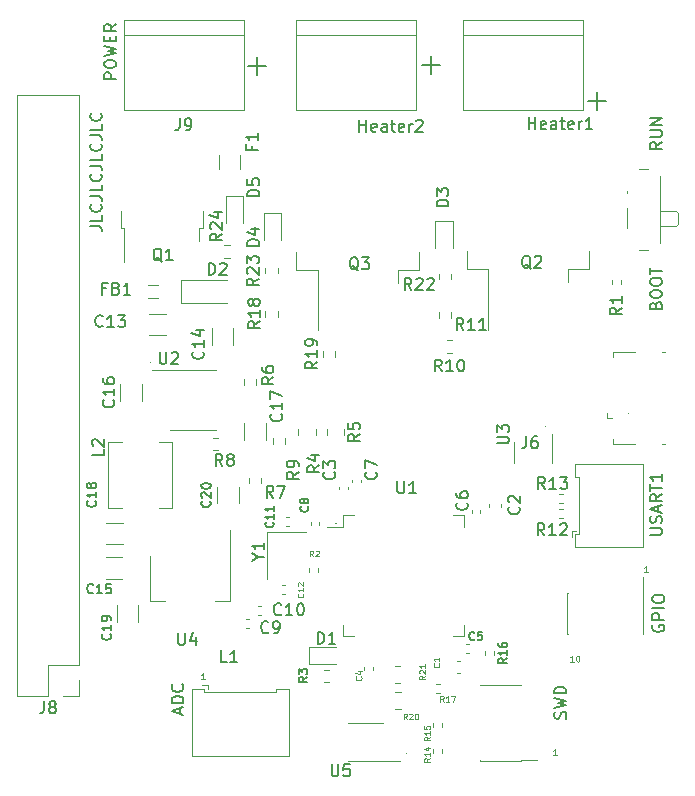
<source format=gbr>
%TF.GenerationSoftware,KiCad,Pcbnew,(5.1.7)-1*%
%TF.CreationDate,2020-11-23T19:12:34+01:00*%
%TF.ProjectId,astro_compute_board,61737472-6f5f-4636-9f6d-707574655f62,1*%
%TF.SameCoordinates,Original*%
%TF.FileFunction,Legend,Top*%
%TF.FilePolarity,Positive*%
%FSLAX46Y46*%
G04 Gerber Fmt 4.6, Leading zero omitted, Abs format (unit mm)*
G04 Created by KiCad (PCBNEW (5.1.7)-1) date 2020-11-23 19:12:34*
%MOMM*%
%LPD*%
G01*
G04 APERTURE LIST*
%ADD10C,0.150000*%
%ADD11C,0.120000*%
%ADD12C,0.125000*%
G04 APERTURE END LIST*
D10*
X154977380Y-111329047D02*
X155691666Y-111329047D01*
X155834523Y-111376666D01*
X155929761Y-111471904D01*
X155977380Y-111614761D01*
X155977380Y-111710000D01*
X155977380Y-110376666D02*
X155977380Y-110852857D01*
X154977380Y-110852857D01*
X155882142Y-109471904D02*
X155929761Y-109519523D01*
X155977380Y-109662380D01*
X155977380Y-109757619D01*
X155929761Y-109900476D01*
X155834523Y-109995714D01*
X155739285Y-110043333D01*
X155548809Y-110090952D01*
X155405952Y-110090952D01*
X155215476Y-110043333D01*
X155120238Y-109995714D01*
X155025000Y-109900476D01*
X154977380Y-109757619D01*
X154977380Y-109662380D01*
X155025000Y-109519523D01*
X155072619Y-109471904D01*
X154977380Y-108757619D02*
X155691666Y-108757619D01*
X155834523Y-108805238D01*
X155929761Y-108900476D01*
X155977380Y-109043333D01*
X155977380Y-109138571D01*
X155977380Y-107805238D02*
X155977380Y-108281428D01*
X154977380Y-108281428D01*
X155882142Y-106900476D02*
X155929761Y-106948095D01*
X155977380Y-107090952D01*
X155977380Y-107186190D01*
X155929761Y-107329047D01*
X155834523Y-107424285D01*
X155739285Y-107471904D01*
X155548809Y-107519523D01*
X155405952Y-107519523D01*
X155215476Y-107471904D01*
X155120238Y-107424285D01*
X155025000Y-107329047D01*
X154977380Y-107186190D01*
X154977380Y-107090952D01*
X155025000Y-106948095D01*
X155072619Y-106900476D01*
X154977380Y-106186190D02*
X155691666Y-106186190D01*
X155834523Y-106233809D01*
X155929761Y-106329047D01*
X155977380Y-106471904D01*
X155977380Y-106567142D01*
X155977380Y-105233809D02*
X155977380Y-105710000D01*
X154977380Y-105710000D01*
X155882142Y-104329047D02*
X155929761Y-104376666D01*
X155977380Y-104519523D01*
X155977380Y-104614761D01*
X155929761Y-104757619D01*
X155834523Y-104852857D01*
X155739285Y-104900476D01*
X155548809Y-104948095D01*
X155405952Y-104948095D01*
X155215476Y-104900476D01*
X155120238Y-104852857D01*
X155025000Y-104757619D01*
X154977380Y-104614761D01*
X154977380Y-104519523D01*
X155025000Y-104376666D01*
X155072619Y-104329047D01*
X154977380Y-103614761D02*
X155691666Y-103614761D01*
X155834523Y-103662380D01*
X155929761Y-103757619D01*
X155977380Y-103900476D01*
X155977380Y-103995714D01*
X155977380Y-102662380D02*
X155977380Y-103138571D01*
X154977380Y-103138571D01*
X155882142Y-101757619D02*
X155929761Y-101805238D01*
X155977380Y-101948095D01*
X155977380Y-102043333D01*
X155929761Y-102186190D01*
X155834523Y-102281428D01*
X155739285Y-102329047D01*
X155548809Y-102376666D01*
X155405952Y-102376666D01*
X155215476Y-102329047D01*
X155120238Y-102281428D01*
X155025000Y-102186190D01*
X154977380Y-102043333D01*
X154977380Y-101948095D01*
X155025000Y-101805238D01*
X155072619Y-101757619D01*
D11*
X200589721Y-127160000D02*
G75*
G03*
X200589721Y-127160000I-44721J0D01*
G01*
X193549721Y-128270000D02*
G75*
G03*
X193549721Y-128270000I-44721J0D01*
G01*
X181807426Y-155950000D02*
G75*
G03*
X181807426Y-155950000I-42426J0D01*
G01*
X160121569Y-122820000D02*
G75*
G03*
X160121569Y-122820000I-56569J0D01*
G01*
X175831569Y-136460000D02*
G75*
G03*
X175831569Y-136460000I-56569J0D01*
G01*
D10*
X157177380Y-98859523D02*
X156177380Y-98859523D01*
X156177380Y-98478571D01*
X156225000Y-98383333D01*
X156272619Y-98335714D01*
X156367857Y-98288095D01*
X156510714Y-98288095D01*
X156605952Y-98335714D01*
X156653571Y-98383333D01*
X156701190Y-98478571D01*
X156701190Y-98859523D01*
X156177380Y-97669047D02*
X156177380Y-97478571D01*
X156225000Y-97383333D01*
X156320238Y-97288095D01*
X156510714Y-97240476D01*
X156844047Y-97240476D01*
X157034523Y-97288095D01*
X157129761Y-97383333D01*
X157177380Y-97478571D01*
X157177380Y-97669047D01*
X157129761Y-97764285D01*
X157034523Y-97859523D01*
X156844047Y-97907142D01*
X156510714Y-97907142D01*
X156320238Y-97859523D01*
X156225000Y-97764285D01*
X156177380Y-97669047D01*
X156177380Y-96907142D02*
X157177380Y-96669047D01*
X156463095Y-96478571D01*
X157177380Y-96288095D01*
X156177380Y-96050000D01*
X156653571Y-95669047D02*
X156653571Y-95335714D01*
X157177380Y-95192857D02*
X157177380Y-95669047D01*
X156177380Y-95669047D01*
X156177380Y-95192857D01*
X157177380Y-94192857D02*
X156701190Y-94526190D01*
X157177380Y-94764285D02*
X156177380Y-94764285D01*
X156177380Y-94383333D01*
X156225000Y-94288095D01*
X156272619Y-94240476D01*
X156367857Y-94192857D01*
X156510714Y-94192857D01*
X156605952Y-94240476D01*
X156653571Y-94288095D01*
X156701190Y-94383333D01*
X156701190Y-94764285D01*
X197163095Y-100692857D02*
X198686904Y-100692857D01*
X197925000Y-101454761D02*
X197925000Y-99930952D01*
X183063095Y-97692857D02*
X184586904Y-97692857D01*
X183825000Y-98454761D02*
X183825000Y-96930952D01*
X168363095Y-97792857D02*
X169886904Y-97792857D01*
X169125000Y-98554761D02*
X169125000Y-97030952D01*
D12*
X164667857Y-149676190D02*
X164382142Y-149676190D01*
X164525000Y-149676190D02*
X164525000Y-149176190D01*
X164477380Y-149247619D01*
X164429761Y-149295238D01*
X164382142Y-149319047D01*
X194467857Y-156076190D02*
X194182142Y-156076190D01*
X194325000Y-156076190D02*
X194325000Y-155576190D01*
X194277380Y-155647619D01*
X194229761Y-155695238D01*
X194182142Y-155719047D01*
X195929761Y-148176190D02*
X195644047Y-148176190D01*
X195786904Y-148176190D02*
X195786904Y-147676190D01*
X195739285Y-147747619D01*
X195691666Y-147795238D01*
X195644047Y-147819047D01*
X196239285Y-147676190D02*
X196286904Y-147676190D01*
X196334523Y-147700000D01*
X196358333Y-147723809D01*
X196382142Y-147771428D01*
X196405952Y-147866666D01*
X196405952Y-147985714D01*
X196382142Y-148080952D01*
X196358333Y-148128571D01*
X196334523Y-148152380D01*
X196286904Y-148176190D01*
X196239285Y-148176190D01*
X196191666Y-148152380D01*
X196167857Y-148128571D01*
X196144047Y-148080952D01*
X196120238Y-147985714D01*
X196120238Y-147866666D01*
X196144047Y-147771428D01*
X196167857Y-147723809D01*
X196191666Y-147700000D01*
X196239285Y-147676190D01*
X202167857Y-140576190D02*
X201882142Y-140576190D01*
X202025000Y-140576190D02*
X202025000Y-140076190D01*
X201977380Y-140147619D01*
X201929761Y-140195238D01*
X201882142Y-140219047D01*
D10*
X203377380Y-104188095D02*
X202901190Y-104521428D01*
X203377380Y-104759523D02*
X202377380Y-104759523D01*
X202377380Y-104378571D01*
X202425000Y-104283333D01*
X202472619Y-104235714D01*
X202567857Y-104188095D01*
X202710714Y-104188095D01*
X202805952Y-104235714D01*
X202853571Y-104283333D01*
X202901190Y-104378571D01*
X202901190Y-104759523D01*
X202377380Y-103759523D02*
X203186904Y-103759523D01*
X203282142Y-103711904D01*
X203329761Y-103664285D01*
X203377380Y-103569047D01*
X203377380Y-103378571D01*
X203329761Y-103283333D01*
X203282142Y-103235714D01*
X203186904Y-103188095D01*
X202377380Y-103188095D01*
X203377380Y-102711904D02*
X202377380Y-102711904D01*
X203377380Y-102140476D01*
X202377380Y-102140476D01*
D11*
%TO.C,U1*%
X176390000Y-136740000D02*
X175050000Y-136740000D01*
X176390000Y-135790000D02*
X176390000Y-136740000D01*
X177340000Y-135790000D02*
X176390000Y-135790000D01*
X186610000Y-135790000D02*
X186610000Y-136740000D01*
X185660000Y-135790000D02*
X186610000Y-135790000D01*
X176390000Y-146010000D02*
X176390000Y-145060000D01*
X177340000Y-146010000D02*
X176390000Y-146010000D01*
X186610000Y-146010000D02*
X186610000Y-145060000D01*
X185660000Y-146010000D02*
X186610000Y-146010000D01*
%TO.C,J6*%
X199262500Y-129750000D02*
X199262500Y-129300000D01*
X201112500Y-129750000D02*
X199262500Y-129750000D01*
X203662500Y-121950000D02*
X203412500Y-121950000D01*
X203662500Y-129750000D02*
X203412500Y-129750000D01*
X201112500Y-121950000D02*
X199262500Y-121950000D01*
X199262500Y-121950000D02*
X199262500Y-122400000D01*
X198712500Y-127550000D02*
X198712500Y-127100000D01*
X198712500Y-127550000D02*
X199162500Y-127550000D01*
%TO.C,R17*%
X184271359Y-150830000D02*
X184578641Y-150830000D01*
X184271359Y-150070000D02*
X184578641Y-150070000D01*
%TO.C,C6*%
X187985000Y-135577836D02*
X187985000Y-135362164D01*
X187265000Y-135577836D02*
X187265000Y-135362164D01*
%TO.C,Y1*%
X169925000Y-137200000D02*
X169925000Y-141200000D01*
X173225000Y-137200000D02*
X169925000Y-137200000D01*
%TO.C,USART1*%
X201785000Y-131490000D02*
X201785000Y-134975000D01*
X196065000Y-131490000D02*
X201785000Y-131490000D01*
X196065000Y-132560000D02*
X196065000Y-131490000D01*
X196365000Y-132560000D02*
X196065000Y-132560000D01*
X196365000Y-134975000D02*
X196365000Y-132560000D01*
X201785000Y-138460000D02*
X201785000Y-134975000D01*
X196065000Y-138460000D02*
X201785000Y-138460000D01*
X196065000Y-137390000D02*
X196065000Y-138460000D01*
X196365000Y-137390000D02*
X196065000Y-137390000D01*
X196365000Y-134975000D02*
X196365000Y-137390000D01*
X195775000Y-137100000D02*
X195775000Y-137600000D01*
X196075000Y-137100000D02*
X195775000Y-137100000D01*
%TO.C,U5*%
X178287500Y-156585000D02*
X181212500Y-156585000D01*
X178287500Y-156585000D02*
X176787500Y-156585000D01*
X178287500Y-153365000D02*
X179787500Y-153365000D01*
X178287500Y-153365000D02*
X176787500Y-153365000D01*
%TO.C,U4*%
X166835000Y-137000000D02*
X166835000Y-143010000D01*
X160015000Y-139250000D02*
X160015000Y-143010000D01*
X166835000Y-143010000D02*
X165575000Y-143010000D01*
X160015000Y-143010000D02*
X161275000Y-143010000D01*
%TO.C,U3*%
X194085000Y-131350000D02*
X194085000Y-128900000D01*
X190865000Y-129550000D02*
X190865000Y-131350000D01*
%TO.C,U2*%
X163700000Y-123475000D02*
X160250000Y-123475000D01*
X163700000Y-123475000D02*
X165650000Y-123475000D01*
X163700000Y-128595000D02*
X161750000Y-128595000D01*
X163700000Y-128595000D02*
X165650000Y-128595000D01*
%TO.C,BOOT*%
X202245000Y-106450000D02*
X201455000Y-106450000D01*
X201455000Y-113350000D02*
X202245000Y-113350000D01*
X200405000Y-111500000D02*
X200405000Y-109800000D01*
X203255000Y-112750000D02*
X203255000Y-107050000D01*
X204545000Y-110000000D02*
X203255000Y-110000000D01*
X204755000Y-111100000D02*
X204755000Y-110200000D01*
X203255000Y-111300000D02*
X204545000Y-111300000D01*
X204545000Y-110000000D02*
X204755000Y-110200000D01*
X204545000Y-111300000D02*
X204755000Y-111100000D01*
X200405000Y-108500000D02*
X200405000Y-108300000D01*
%TO.C,R24*%
X166312742Y-113972500D02*
X166787258Y-113972500D01*
X166312742Y-112927500D02*
X166787258Y-112927500D01*
%TO.C,R23*%
X169802500Y-114837742D02*
X169802500Y-115312258D01*
X170847500Y-114837742D02*
X170847500Y-115312258D01*
%TO.C,R22*%
X184502500Y-115337742D02*
X184502500Y-115812258D01*
X185547500Y-115337742D02*
X185547500Y-115812258D01*
%TO.C,R21*%
X180785436Y-149985000D02*
X181239564Y-149985000D01*
X180785436Y-148515000D02*
X181239564Y-148515000D01*
%TO.C,R20*%
X180810436Y-152185000D02*
X181264564Y-152185000D01*
X180810436Y-150715000D02*
X181264564Y-150715000D01*
%TO.C,R19*%
X175696500Y-122374758D02*
X175696500Y-121900242D01*
X174651500Y-122374758D02*
X174651500Y-121900242D01*
%TO.C,R18*%
X170847500Y-118962258D02*
X170847500Y-118487742D01*
X169802500Y-118962258D02*
X169802500Y-118487742D01*
%TO.C,R16*%
X188446500Y-147318859D02*
X188446500Y-147626141D01*
X189206500Y-147318859D02*
X189206500Y-147626141D01*
%TO.C,R15*%
X184045000Y-153406359D02*
X184045000Y-153713641D01*
X184805000Y-153406359D02*
X184805000Y-153713641D01*
%TO.C,R14*%
X184045000Y-155606359D02*
X184045000Y-155913641D01*
X184805000Y-155606359D02*
X184805000Y-155913641D01*
%TO.C,R13*%
X194968641Y-134020000D02*
X194661359Y-134020000D01*
X194968641Y-134780000D02*
X194661359Y-134780000D01*
%TO.C,R12*%
X194968641Y-135270000D02*
X194661359Y-135270000D01*
X194968641Y-136030000D02*
X194661359Y-136030000D01*
%TO.C,R11*%
X184502500Y-118587742D02*
X184502500Y-119062258D01*
X185547500Y-118587742D02*
X185547500Y-119062258D01*
%TO.C,R10*%
X185634758Y-120980500D02*
X185160242Y-120980500D01*
X185634758Y-122025500D02*
X185160242Y-122025500D01*
%TO.C,R9*%
X171505500Y-129740758D02*
X171505500Y-129266242D01*
X170460500Y-129740758D02*
X170460500Y-129266242D01*
%TO.C,R8*%
X165837258Y-129227500D02*
X165362742Y-129227500D01*
X165837258Y-130272500D02*
X165362742Y-130272500D01*
%TO.C,R7*%
X169447500Y-133087258D02*
X169447500Y-132612742D01*
X168402500Y-133087258D02*
X168402500Y-132612742D01*
%TO.C,R6*%
X169047500Y-124762258D02*
X169047500Y-124287742D01*
X168002500Y-124762258D02*
X168002500Y-124287742D01*
%TO.C,R5*%
X174990000Y-128510436D02*
X174990000Y-128964564D01*
X176460000Y-128510436D02*
X176460000Y-128964564D01*
%TO.C,R4*%
X172590000Y-128510436D02*
X172590000Y-128964564D01*
X174060000Y-128510436D02*
X174060000Y-128964564D01*
%TO.C,R3*%
X174762742Y-149922500D02*
X175237258Y-149922500D01*
X174762742Y-148877500D02*
X175237258Y-148877500D01*
%TO.C,R2*%
X173545000Y-140246359D02*
X173545000Y-140553641D01*
X174305000Y-140246359D02*
X174305000Y-140553641D01*
%TO.C,R1*%
X199178000Y-115890359D02*
X199178000Y-116197641D01*
X199938000Y-115890359D02*
X199938000Y-116197641D01*
%TO.C,Q3*%
X181015000Y-115000000D02*
X181015000Y-116100000D01*
X182825000Y-115000000D02*
X181015000Y-115000000D01*
X182825000Y-113500000D02*
X182825000Y-115000000D01*
X174235000Y-115000000D02*
X174235000Y-120125000D01*
X172425000Y-115000000D02*
X174235000Y-115000000D01*
X172425000Y-113500000D02*
X172425000Y-115000000D01*
%TO.C,Q2*%
X195440000Y-114950000D02*
X195440000Y-116050000D01*
X197250000Y-114950000D02*
X195440000Y-114950000D01*
X197250000Y-113450000D02*
X197250000Y-114950000D01*
X188660000Y-114950000D02*
X188660000Y-120075000D01*
X186850000Y-114950000D02*
X188660000Y-114950000D01*
X186850000Y-113450000D02*
X186850000Y-114950000D01*
%TO.C,Q1*%
X164230000Y-111495000D02*
X164230000Y-112595000D01*
X164500000Y-111495000D02*
X164230000Y-111495000D01*
X164500000Y-109995000D02*
X164500000Y-111495000D01*
X157870000Y-111495000D02*
X157870000Y-114325000D01*
X157600000Y-111495000D02*
X157870000Y-111495000D01*
X157600000Y-109995000D02*
X157600000Y-111495000D01*
%TO.C,L2*%
X156525000Y-135200000D02*
X157675000Y-135200000D01*
X161925000Y-135200000D02*
X160775000Y-135200000D01*
X156525000Y-129600000D02*
X157675000Y-129600000D01*
X161925000Y-129600000D02*
X160775000Y-129600000D01*
X156525000Y-129600000D02*
X156525000Y-135200000D01*
X161925000Y-129600000D02*
X161925000Y-135200000D01*
%TO.C,ADC*%
X171785000Y-156210000D02*
X167675000Y-156210000D01*
X171785000Y-150490000D02*
X171785000Y-156210000D01*
X170715000Y-150490000D02*
X171785000Y-150490000D01*
X170715000Y-150790000D02*
X170715000Y-150490000D01*
X167675000Y-150790000D02*
X170715000Y-150790000D01*
X163565000Y-156210000D02*
X167675000Y-156210000D01*
X163565000Y-150490000D02*
X163565000Y-156210000D01*
X164635000Y-150490000D02*
X163565000Y-150490000D01*
X164635000Y-150790000D02*
X164635000Y-150490000D01*
X167675000Y-150790000D02*
X164635000Y-150790000D01*
X164925000Y-150200000D02*
X164425000Y-150200000D01*
X164925000Y-150500000D02*
X164925000Y-150200000D01*
%TO.C,J9*%
X167965000Y-93840000D02*
X157805000Y-93840000D01*
X167965000Y-101460000D02*
X167965000Y-93840000D01*
X157805000Y-101460000D02*
X167965000Y-101460000D01*
X157805000Y-93840000D02*
X157805000Y-101460000D01*
X157805000Y-95110000D02*
X167965000Y-95110000D01*
%TO.C,J8*%
X154005000Y-151100000D02*
X152675000Y-151100000D01*
X154005000Y-149770000D02*
X154005000Y-151100000D01*
X151405000Y-151100000D02*
X148805000Y-151100000D01*
X151405000Y-148500000D02*
X151405000Y-151100000D01*
X154005000Y-148500000D02*
X151405000Y-148500000D01*
X148805000Y-151100000D02*
X148805000Y-100180000D01*
X154005000Y-148500000D02*
X154005000Y-100180000D01*
X154005000Y-100180000D02*
X148805000Y-100180000D01*
%TO.C,SWD*%
X187960000Y-150190000D02*
X187960000Y-150125000D01*
X191490000Y-150190000D02*
X191490000Y-150125000D01*
X187960000Y-156595000D02*
X187960000Y-156530000D01*
X191490000Y-156595000D02*
X191490000Y-156530000D01*
X192815000Y-156530000D02*
X191490000Y-156530000D01*
X191490000Y-150125000D02*
X187960000Y-150125000D01*
X191490000Y-156595000D02*
X187960000Y-156595000D01*
%TO.C,Heater2*%
X182565000Y-93840000D02*
X172405000Y-93840000D01*
X182565000Y-101460000D02*
X182565000Y-93840000D01*
X172405000Y-101460000D02*
X182565000Y-101460000D01*
X172405000Y-93840000D02*
X172405000Y-101460000D01*
X172405000Y-95110000D02*
X182565000Y-95110000D01*
%TO.C,Heater1*%
X196715000Y-93830000D02*
X186555000Y-93830000D01*
X196715000Y-101450000D02*
X196715000Y-93830000D01*
X186555000Y-101450000D02*
X196715000Y-101450000D01*
X186555000Y-93830000D02*
X186555000Y-101450000D01*
X186555000Y-95100000D02*
X196715000Y-95100000D01*
%TO.C,GPIO*%
X195415000Y-145865000D02*
X195350000Y-145865000D01*
X195415000Y-142335000D02*
X195350000Y-142335000D01*
X201820000Y-145865000D02*
X201755000Y-145865000D01*
X201820000Y-142335000D02*
X201755000Y-142335000D01*
X201755000Y-141010000D02*
X201755000Y-142335000D01*
X195350000Y-142335000D02*
X195350000Y-145865000D01*
X201820000Y-142335000D02*
X201820000Y-145865000D01*
%TO.C,FB1*%
X159912878Y-117410000D02*
X160712122Y-117410000D01*
X159912878Y-116290000D02*
X160712122Y-116290000D01*
%TO.C,F1*%
X165865000Y-105247936D02*
X165865000Y-106452064D01*
X167685000Y-105247936D02*
X167685000Y-106452064D01*
%TO.C,D5*%
X166440000Y-108777500D02*
X166440000Y-111062500D01*
X167910000Y-108777500D02*
X166440000Y-108777500D01*
X167910000Y-111062500D02*
X167910000Y-108777500D01*
%TO.C,D4*%
X169690000Y-110177500D02*
X169690000Y-112462500D01*
X171160000Y-110177500D02*
X169690000Y-110177500D01*
X171160000Y-112462500D02*
X171160000Y-110177500D01*
%TO.C,D3*%
X184190000Y-110877500D02*
X184190000Y-113162500D01*
X185660000Y-110877500D02*
X184190000Y-110877500D01*
X185660000Y-113162500D02*
X185660000Y-110877500D01*
%TO.C,D2*%
X162675000Y-115850000D02*
X166575000Y-115850000D01*
X162675000Y-117850000D02*
X166575000Y-117850000D01*
X162675000Y-115850000D02*
X162675000Y-117850000D01*
%TO.C,D1*%
X173477500Y-148385000D02*
X175762500Y-148385000D01*
X173477500Y-146915000D02*
X173477500Y-148385000D01*
X175762500Y-146915000D02*
X173477500Y-146915000D01*
%TO.C,C20*%
X167575000Y-134787252D02*
X167575000Y-133364748D01*
X165755000Y-134787252D02*
X165755000Y-133364748D01*
%TO.C,C19*%
X157246000Y-143383248D02*
X157246000Y-144805752D01*
X159066000Y-143383248D02*
X159066000Y-144805752D01*
%TO.C,C18*%
X157761252Y-136440000D02*
X156338748Y-136440000D01*
X157761252Y-138260000D02*
X156338748Y-138260000D01*
%TO.C,C17*%
X169835000Y-129436252D02*
X169835000Y-128013748D01*
X168015000Y-129436252D02*
X168015000Y-128013748D01*
%TO.C,C16*%
X159335000Y-126086252D02*
X159335000Y-124663748D01*
X157515000Y-126086252D02*
X157515000Y-124663748D01*
%TO.C,C15*%
X157711252Y-139340000D02*
X156288748Y-139340000D01*
X157711252Y-141160000D02*
X156288748Y-141160000D01*
%TO.C,C14*%
X167085000Y-121336252D02*
X167085000Y-119913748D01*
X165265000Y-121336252D02*
X165265000Y-119913748D01*
%TO.C,C13*%
X159988748Y-120560000D02*
X161411252Y-120560000D01*
X159988748Y-118740000D02*
X161411252Y-118740000D01*
%TO.C,C12*%
X171436336Y-141717000D02*
X171220664Y-141717000D01*
X171436336Y-142437000D02*
X171220664Y-142437000D01*
%TO.C,C11*%
X171587164Y-136660000D02*
X171802836Y-136660000D01*
X171587164Y-135940000D02*
X171802836Y-135940000D01*
%TO.C,C10*%
X169439836Y-143495000D02*
X169224164Y-143495000D01*
X169439836Y-144215000D02*
X169224164Y-144215000D01*
%TO.C,C9*%
X168388336Y-144574500D02*
X168172664Y-144574500D01*
X168388336Y-145294500D02*
X168172664Y-145294500D01*
%TO.C,C8*%
X174385000Y-136577836D02*
X174385000Y-136362164D01*
X173665000Y-136577836D02*
X173665000Y-136362164D01*
%TO.C,C7*%
X177885000Y-132977836D02*
X177885000Y-132762164D01*
X177165000Y-132977836D02*
X177165000Y-132762164D01*
%TO.C,C5*%
X186817164Y-147410000D02*
X187032836Y-147410000D01*
X186817164Y-146690000D02*
X187032836Y-146690000D01*
%TO.C,C4*%
X178165000Y-148662164D02*
X178165000Y-148877836D01*
X178885000Y-148662164D02*
X178885000Y-148877836D01*
%TO.C,C3*%
X176785000Y-133577836D02*
X176785000Y-133362164D01*
X176065000Y-133577836D02*
X176065000Y-133362164D01*
%TO.C,C2*%
X189735000Y-135115580D02*
X189735000Y-134834420D01*
X188715000Y-135115580D02*
X188715000Y-134834420D01*
%TO.C,C1*%
X186009420Y-149160000D02*
X186290580Y-149160000D01*
X186009420Y-148140000D02*
X186290580Y-148140000D01*
%TO.C,U1*%
D10*
X180993095Y-132912380D02*
X180993095Y-133721904D01*
X181040714Y-133817142D01*
X181088333Y-133864761D01*
X181183571Y-133912380D01*
X181374047Y-133912380D01*
X181469285Y-133864761D01*
X181516904Y-133817142D01*
X181564523Y-133721904D01*
X181564523Y-132912380D01*
X182564523Y-133912380D02*
X181993095Y-133912380D01*
X182278809Y-133912380D02*
X182278809Y-132912380D01*
X182183571Y-133055238D01*
X182088333Y-133150476D01*
X181993095Y-133198095D01*
%TO.C,J6*%
X191891666Y-129102380D02*
X191891666Y-129816666D01*
X191844047Y-129959523D01*
X191748809Y-130054761D01*
X191605952Y-130102380D01*
X191510714Y-130102380D01*
X192796428Y-129102380D02*
X192605952Y-129102380D01*
X192510714Y-129150000D01*
X192463095Y-129197619D01*
X192367857Y-129340476D01*
X192320238Y-129530952D01*
X192320238Y-129911904D01*
X192367857Y-130007142D01*
X192415476Y-130054761D01*
X192510714Y-130102380D01*
X192701190Y-130102380D01*
X192796428Y-130054761D01*
X192844047Y-130007142D01*
X192891666Y-129911904D01*
X192891666Y-129673809D01*
X192844047Y-129578571D01*
X192796428Y-129530952D01*
X192701190Y-129483333D01*
X192510714Y-129483333D01*
X192415476Y-129530952D01*
X192367857Y-129578571D01*
X192320238Y-129673809D01*
%TO.C,R17*%
D12*
X184903571Y-151576190D02*
X184736904Y-151338095D01*
X184617857Y-151576190D02*
X184617857Y-151076190D01*
X184808333Y-151076190D01*
X184855952Y-151100000D01*
X184879761Y-151123809D01*
X184903571Y-151171428D01*
X184903571Y-151242857D01*
X184879761Y-151290476D01*
X184855952Y-151314285D01*
X184808333Y-151338095D01*
X184617857Y-151338095D01*
X185379761Y-151576190D02*
X185094047Y-151576190D01*
X185236904Y-151576190D02*
X185236904Y-151076190D01*
X185189285Y-151147619D01*
X185141666Y-151195238D01*
X185094047Y-151219047D01*
X185546428Y-151076190D02*
X185879761Y-151076190D01*
X185665476Y-151576190D01*
%TO.C,C6*%
D10*
X186852142Y-134726666D02*
X186899761Y-134774285D01*
X186947380Y-134917142D01*
X186947380Y-135012380D01*
X186899761Y-135155238D01*
X186804523Y-135250476D01*
X186709285Y-135298095D01*
X186518809Y-135345714D01*
X186375952Y-135345714D01*
X186185476Y-135298095D01*
X186090238Y-135250476D01*
X185995000Y-135155238D01*
X185947380Y-135012380D01*
X185947380Y-134917142D01*
X185995000Y-134774285D01*
X186042619Y-134726666D01*
X185947380Y-133869523D02*
X185947380Y-134060000D01*
X185995000Y-134155238D01*
X186042619Y-134202857D01*
X186185476Y-134298095D01*
X186375952Y-134345714D01*
X186756904Y-134345714D01*
X186852142Y-134298095D01*
X186899761Y-134250476D01*
X186947380Y-134155238D01*
X186947380Y-133964761D01*
X186899761Y-133869523D01*
X186852142Y-133821904D01*
X186756904Y-133774285D01*
X186518809Y-133774285D01*
X186423571Y-133821904D01*
X186375952Y-133869523D01*
X186328333Y-133964761D01*
X186328333Y-134155238D01*
X186375952Y-134250476D01*
X186423571Y-134298095D01*
X186518809Y-134345714D01*
%TO.C,Y1*%
X169191190Y-139286190D02*
X169667380Y-139286190D01*
X168667380Y-139619523D02*
X169191190Y-139286190D01*
X168667380Y-138952857D01*
X169667380Y-138095714D02*
X169667380Y-138667142D01*
X169667380Y-138381428D02*
X168667380Y-138381428D01*
X168810238Y-138476666D01*
X168905476Y-138571904D01*
X168953095Y-138667142D01*
%TO.C,USART1*%
X202377380Y-137447619D02*
X203186904Y-137447619D01*
X203282142Y-137400000D01*
X203329761Y-137352380D01*
X203377380Y-137257142D01*
X203377380Y-137066666D01*
X203329761Y-136971428D01*
X203282142Y-136923809D01*
X203186904Y-136876190D01*
X202377380Y-136876190D01*
X203329761Y-136447619D02*
X203377380Y-136304761D01*
X203377380Y-136066666D01*
X203329761Y-135971428D01*
X203282142Y-135923809D01*
X203186904Y-135876190D01*
X203091666Y-135876190D01*
X202996428Y-135923809D01*
X202948809Y-135971428D01*
X202901190Y-136066666D01*
X202853571Y-136257142D01*
X202805952Y-136352380D01*
X202758333Y-136400000D01*
X202663095Y-136447619D01*
X202567857Y-136447619D01*
X202472619Y-136400000D01*
X202425000Y-136352380D01*
X202377380Y-136257142D01*
X202377380Y-136019047D01*
X202425000Y-135876190D01*
X203091666Y-135495238D02*
X203091666Y-135019047D01*
X203377380Y-135590476D02*
X202377380Y-135257142D01*
X203377380Y-134923809D01*
X203377380Y-134019047D02*
X202901190Y-134352380D01*
X203377380Y-134590476D02*
X202377380Y-134590476D01*
X202377380Y-134209523D01*
X202425000Y-134114285D01*
X202472619Y-134066666D01*
X202567857Y-134019047D01*
X202710714Y-134019047D01*
X202805952Y-134066666D01*
X202853571Y-134114285D01*
X202901190Y-134209523D01*
X202901190Y-134590476D01*
X202377380Y-133733333D02*
X202377380Y-133161904D01*
X203377380Y-133447619D02*
X202377380Y-133447619D01*
X203377380Y-132304761D02*
X203377380Y-132876190D01*
X203377380Y-132590476D02*
X202377380Y-132590476D01*
X202520238Y-132685714D01*
X202615476Y-132780952D01*
X202663095Y-132876190D01*
%TO.C,U5*%
X175413095Y-156877380D02*
X175413095Y-157686904D01*
X175460714Y-157782142D01*
X175508333Y-157829761D01*
X175603571Y-157877380D01*
X175794047Y-157877380D01*
X175889285Y-157829761D01*
X175936904Y-157782142D01*
X175984523Y-157686904D01*
X175984523Y-156877380D01*
X176936904Y-156877380D02*
X176460714Y-156877380D01*
X176413095Y-157353571D01*
X176460714Y-157305952D01*
X176555952Y-157258333D01*
X176794047Y-157258333D01*
X176889285Y-157305952D01*
X176936904Y-157353571D01*
X176984523Y-157448809D01*
X176984523Y-157686904D01*
X176936904Y-157782142D01*
X176889285Y-157829761D01*
X176794047Y-157877380D01*
X176555952Y-157877380D01*
X176460714Y-157829761D01*
X176413095Y-157782142D01*
%TO.C,U4*%
X162433095Y-145752380D02*
X162433095Y-146561904D01*
X162480714Y-146657142D01*
X162528333Y-146704761D01*
X162623571Y-146752380D01*
X162814047Y-146752380D01*
X162909285Y-146704761D01*
X162956904Y-146657142D01*
X163004523Y-146561904D01*
X163004523Y-145752380D01*
X163909285Y-146085714D02*
X163909285Y-146752380D01*
X163671190Y-145704761D02*
X163433095Y-146419047D01*
X164052142Y-146419047D01*
%TO.C,U3*%
X189437380Y-129711904D02*
X190246904Y-129711904D01*
X190342142Y-129664285D01*
X190389761Y-129616666D01*
X190437380Y-129521428D01*
X190437380Y-129330952D01*
X190389761Y-129235714D01*
X190342142Y-129188095D01*
X190246904Y-129140476D01*
X189437380Y-129140476D01*
X189437380Y-128759523D02*
X189437380Y-128140476D01*
X189818333Y-128473809D01*
X189818333Y-128330952D01*
X189865952Y-128235714D01*
X189913571Y-128188095D01*
X190008809Y-128140476D01*
X190246904Y-128140476D01*
X190342142Y-128188095D01*
X190389761Y-128235714D01*
X190437380Y-128330952D01*
X190437380Y-128616666D01*
X190389761Y-128711904D01*
X190342142Y-128759523D01*
%TO.C,U2*%
X160863095Y-121972380D02*
X160863095Y-122781904D01*
X160910714Y-122877142D01*
X160958333Y-122924761D01*
X161053571Y-122972380D01*
X161244047Y-122972380D01*
X161339285Y-122924761D01*
X161386904Y-122877142D01*
X161434523Y-122781904D01*
X161434523Y-121972380D01*
X161863095Y-122067619D02*
X161910714Y-122020000D01*
X162005952Y-121972380D01*
X162244047Y-121972380D01*
X162339285Y-122020000D01*
X162386904Y-122067619D01*
X162434523Y-122162857D01*
X162434523Y-122258095D01*
X162386904Y-122400952D01*
X161815476Y-122972380D01*
X162434523Y-122972380D01*
%TO.C,BOOT*%
X202853571Y-118007142D02*
X202901190Y-117864285D01*
X202948809Y-117816666D01*
X203044047Y-117769047D01*
X203186904Y-117769047D01*
X203282142Y-117816666D01*
X203329761Y-117864285D01*
X203377380Y-117959523D01*
X203377380Y-118340476D01*
X202377380Y-118340476D01*
X202377380Y-118007142D01*
X202425000Y-117911904D01*
X202472619Y-117864285D01*
X202567857Y-117816666D01*
X202663095Y-117816666D01*
X202758333Y-117864285D01*
X202805952Y-117911904D01*
X202853571Y-118007142D01*
X202853571Y-118340476D01*
X202377380Y-117150000D02*
X202377380Y-116959523D01*
X202425000Y-116864285D01*
X202520238Y-116769047D01*
X202710714Y-116721428D01*
X203044047Y-116721428D01*
X203234523Y-116769047D01*
X203329761Y-116864285D01*
X203377380Y-116959523D01*
X203377380Y-117150000D01*
X203329761Y-117245238D01*
X203234523Y-117340476D01*
X203044047Y-117388095D01*
X202710714Y-117388095D01*
X202520238Y-117340476D01*
X202425000Y-117245238D01*
X202377380Y-117150000D01*
X202377380Y-116102380D02*
X202377380Y-115911904D01*
X202425000Y-115816666D01*
X202520238Y-115721428D01*
X202710714Y-115673809D01*
X203044047Y-115673809D01*
X203234523Y-115721428D01*
X203329761Y-115816666D01*
X203377380Y-115911904D01*
X203377380Y-116102380D01*
X203329761Y-116197619D01*
X203234523Y-116292857D01*
X203044047Y-116340476D01*
X202710714Y-116340476D01*
X202520238Y-116292857D01*
X202425000Y-116197619D01*
X202377380Y-116102380D01*
X202377380Y-115388095D02*
X202377380Y-114816666D01*
X203377380Y-115102380D02*
X202377380Y-115102380D01*
%TO.C,R24*%
X166127380Y-111952857D02*
X165651190Y-112286190D01*
X166127380Y-112524285D02*
X165127380Y-112524285D01*
X165127380Y-112143333D01*
X165175000Y-112048095D01*
X165222619Y-112000476D01*
X165317857Y-111952857D01*
X165460714Y-111952857D01*
X165555952Y-112000476D01*
X165603571Y-112048095D01*
X165651190Y-112143333D01*
X165651190Y-112524285D01*
X165222619Y-111571904D02*
X165175000Y-111524285D01*
X165127380Y-111429047D01*
X165127380Y-111190952D01*
X165175000Y-111095714D01*
X165222619Y-111048095D01*
X165317857Y-111000476D01*
X165413095Y-111000476D01*
X165555952Y-111048095D01*
X166127380Y-111619523D01*
X166127380Y-111000476D01*
X165460714Y-110143333D02*
X166127380Y-110143333D01*
X165079761Y-110381428D02*
X165794047Y-110619523D01*
X165794047Y-110000476D01*
%TO.C,R23*%
X169237380Y-115742857D02*
X168761190Y-116076190D01*
X169237380Y-116314285D02*
X168237380Y-116314285D01*
X168237380Y-115933333D01*
X168285000Y-115838095D01*
X168332619Y-115790476D01*
X168427857Y-115742857D01*
X168570714Y-115742857D01*
X168665952Y-115790476D01*
X168713571Y-115838095D01*
X168761190Y-115933333D01*
X168761190Y-116314285D01*
X168332619Y-115361904D02*
X168285000Y-115314285D01*
X168237380Y-115219047D01*
X168237380Y-114980952D01*
X168285000Y-114885714D01*
X168332619Y-114838095D01*
X168427857Y-114790476D01*
X168523095Y-114790476D01*
X168665952Y-114838095D01*
X169237380Y-115409523D01*
X169237380Y-114790476D01*
X168237380Y-114457142D02*
X168237380Y-113838095D01*
X168618333Y-114171428D01*
X168618333Y-114028571D01*
X168665952Y-113933333D01*
X168713571Y-113885714D01*
X168808809Y-113838095D01*
X169046904Y-113838095D01*
X169142142Y-113885714D01*
X169189761Y-113933333D01*
X169237380Y-114028571D01*
X169237380Y-114314285D01*
X169189761Y-114409523D01*
X169142142Y-114457142D01*
%TO.C,R22*%
X182182142Y-116702380D02*
X181848809Y-116226190D01*
X181610714Y-116702380D02*
X181610714Y-115702380D01*
X181991666Y-115702380D01*
X182086904Y-115750000D01*
X182134523Y-115797619D01*
X182182142Y-115892857D01*
X182182142Y-116035714D01*
X182134523Y-116130952D01*
X182086904Y-116178571D01*
X181991666Y-116226190D01*
X181610714Y-116226190D01*
X182563095Y-115797619D02*
X182610714Y-115750000D01*
X182705952Y-115702380D01*
X182944047Y-115702380D01*
X183039285Y-115750000D01*
X183086904Y-115797619D01*
X183134523Y-115892857D01*
X183134523Y-115988095D01*
X183086904Y-116130952D01*
X182515476Y-116702380D01*
X183134523Y-116702380D01*
X183515476Y-115797619D02*
X183563095Y-115750000D01*
X183658333Y-115702380D01*
X183896428Y-115702380D01*
X183991666Y-115750000D01*
X184039285Y-115797619D01*
X184086904Y-115892857D01*
X184086904Y-115988095D01*
X184039285Y-116130952D01*
X183467857Y-116702380D01*
X184086904Y-116702380D01*
%TO.C,R21*%
D12*
X183351190Y-149371428D02*
X183113095Y-149538095D01*
X183351190Y-149657142D02*
X182851190Y-149657142D01*
X182851190Y-149466666D01*
X182875000Y-149419047D01*
X182898809Y-149395238D01*
X182946428Y-149371428D01*
X183017857Y-149371428D01*
X183065476Y-149395238D01*
X183089285Y-149419047D01*
X183113095Y-149466666D01*
X183113095Y-149657142D01*
X182898809Y-149180952D02*
X182875000Y-149157142D01*
X182851190Y-149109523D01*
X182851190Y-148990476D01*
X182875000Y-148942857D01*
X182898809Y-148919047D01*
X182946428Y-148895238D01*
X182994047Y-148895238D01*
X183065476Y-148919047D01*
X183351190Y-149204761D01*
X183351190Y-148895238D01*
X183351190Y-148419047D02*
X183351190Y-148704761D01*
X183351190Y-148561904D02*
X182851190Y-148561904D01*
X182922619Y-148609523D01*
X182970238Y-148657142D01*
X182994047Y-148704761D01*
%TO.C,R20*%
X181803571Y-153076190D02*
X181636904Y-152838095D01*
X181517857Y-153076190D02*
X181517857Y-152576190D01*
X181708333Y-152576190D01*
X181755952Y-152600000D01*
X181779761Y-152623809D01*
X181803571Y-152671428D01*
X181803571Y-152742857D01*
X181779761Y-152790476D01*
X181755952Y-152814285D01*
X181708333Y-152838095D01*
X181517857Y-152838095D01*
X181994047Y-152623809D02*
X182017857Y-152600000D01*
X182065476Y-152576190D01*
X182184523Y-152576190D01*
X182232142Y-152600000D01*
X182255952Y-152623809D01*
X182279761Y-152671428D01*
X182279761Y-152719047D01*
X182255952Y-152790476D01*
X181970238Y-153076190D01*
X182279761Y-153076190D01*
X182589285Y-152576190D02*
X182636904Y-152576190D01*
X182684523Y-152600000D01*
X182708333Y-152623809D01*
X182732142Y-152671428D01*
X182755952Y-152766666D01*
X182755952Y-152885714D01*
X182732142Y-152980952D01*
X182708333Y-153028571D01*
X182684523Y-153052380D01*
X182636904Y-153076190D01*
X182589285Y-153076190D01*
X182541666Y-153052380D01*
X182517857Y-153028571D01*
X182494047Y-152980952D01*
X182470238Y-152885714D01*
X182470238Y-152766666D01*
X182494047Y-152671428D01*
X182517857Y-152623809D01*
X182541666Y-152600000D01*
X182589285Y-152576190D01*
%TO.C,R19*%
D10*
X174196380Y-122780357D02*
X173720190Y-123113690D01*
X174196380Y-123351785D02*
X173196380Y-123351785D01*
X173196380Y-122970833D01*
X173244000Y-122875595D01*
X173291619Y-122827976D01*
X173386857Y-122780357D01*
X173529714Y-122780357D01*
X173624952Y-122827976D01*
X173672571Y-122875595D01*
X173720190Y-122970833D01*
X173720190Y-123351785D01*
X174196380Y-121827976D02*
X174196380Y-122399404D01*
X174196380Y-122113690D02*
X173196380Y-122113690D01*
X173339238Y-122208928D01*
X173434476Y-122304166D01*
X173482095Y-122399404D01*
X174196380Y-121351785D02*
X174196380Y-121161309D01*
X174148761Y-121066071D01*
X174101142Y-121018452D01*
X173958285Y-120923214D01*
X173767809Y-120875595D01*
X173386857Y-120875595D01*
X173291619Y-120923214D01*
X173244000Y-120970833D01*
X173196380Y-121066071D01*
X173196380Y-121256547D01*
X173244000Y-121351785D01*
X173291619Y-121399404D01*
X173386857Y-121447023D01*
X173624952Y-121447023D01*
X173720190Y-121399404D01*
X173767809Y-121351785D01*
X173815428Y-121256547D01*
X173815428Y-121066071D01*
X173767809Y-120970833D01*
X173720190Y-120923214D01*
X173624952Y-120875595D01*
%TO.C,R18*%
X169347380Y-119367857D02*
X168871190Y-119701190D01*
X169347380Y-119939285D02*
X168347380Y-119939285D01*
X168347380Y-119558333D01*
X168395000Y-119463095D01*
X168442619Y-119415476D01*
X168537857Y-119367857D01*
X168680714Y-119367857D01*
X168775952Y-119415476D01*
X168823571Y-119463095D01*
X168871190Y-119558333D01*
X168871190Y-119939285D01*
X169347380Y-118415476D02*
X169347380Y-118986904D01*
X169347380Y-118701190D02*
X168347380Y-118701190D01*
X168490238Y-118796428D01*
X168585476Y-118891666D01*
X168633095Y-118986904D01*
X168775952Y-117844047D02*
X168728333Y-117939285D01*
X168680714Y-117986904D01*
X168585476Y-118034523D01*
X168537857Y-118034523D01*
X168442619Y-117986904D01*
X168395000Y-117939285D01*
X168347380Y-117844047D01*
X168347380Y-117653571D01*
X168395000Y-117558333D01*
X168442619Y-117510714D01*
X168537857Y-117463095D01*
X168585476Y-117463095D01*
X168680714Y-117510714D01*
X168728333Y-117558333D01*
X168775952Y-117653571D01*
X168775952Y-117844047D01*
X168823571Y-117939285D01*
X168871190Y-117986904D01*
X168966428Y-118034523D01*
X169156904Y-118034523D01*
X169252142Y-117986904D01*
X169299761Y-117939285D01*
X169347380Y-117844047D01*
X169347380Y-117653571D01*
X169299761Y-117558333D01*
X169252142Y-117510714D01*
X169156904Y-117463095D01*
X168966428Y-117463095D01*
X168871190Y-117510714D01*
X168823571Y-117558333D01*
X168775952Y-117653571D01*
%TO.C,R16*%
X190241666Y-147900000D02*
X189908333Y-148133333D01*
X190241666Y-148300000D02*
X189541666Y-148300000D01*
X189541666Y-148033333D01*
X189575000Y-147966666D01*
X189608333Y-147933333D01*
X189675000Y-147900000D01*
X189775000Y-147900000D01*
X189841666Y-147933333D01*
X189875000Y-147966666D01*
X189908333Y-148033333D01*
X189908333Y-148300000D01*
X190241666Y-147233333D02*
X190241666Y-147633333D01*
X190241666Y-147433333D02*
X189541666Y-147433333D01*
X189641666Y-147500000D01*
X189708333Y-147566666D01*
X189741666Y-147633333D01*
X189541666Y-146633333D02*
X189541666Y-146766666D01*
X189575000Y-146833333D01*
X189608333Y-146866666D01*
X189708333Y-146933333D01*
X189841666Y-146966666D01*
X190108333Y-146966666D01*
X190175000Y-146933333D01*
X190208333Y-146900000D01*
X190241666Y-146833333D01*
X190241666Y-146700000D01*
X190208333Y-146633333D01*
X190175000Y-146600000D01*
X190108333Y-146566666D01*
X189941666Y-146566666D01*
X189875000Y-146600000D01*
X189841666Y-146633333D01*
X189808333Y-146700000D01*
X189808333Y-146833333D01*
X189841666Y-146900000D01*
X189875000Y-146933333D01*
X189941666Y-146966666D01*
%TO.C,R15*%
D12*
X183751190Y-154571428D02*
X183513095Y-154738095D01*
X183751190Y-154857142D02*
X183251190Y-154857142D01*
X183251190Y-154666666D01*
X183275000Y-154619047D01*
X183298809Y-154595238D01*
X183346428Y-154571428D01*
X183417857Y-154571428D01*
X183465476Y-154595238D01*
X183489285Y-154619047D01*
X183513095Y-154666666D01*
X183513095Y-154857142D01*
X183751190Y-154095238D02*
X183751190Y-154380952D01*
X183751190Y-154238095D02*
X183251190Y-154238095D01*
X183322619Y-154285714D01*
X183370238Y-154333333D01*
X183394047Y-154380952D01*
X183251190Y-153642857D02*
X183251190Y-153880952D01*
X183489285Y-153904761D01*
X183465476Y-153880952D01*
X183441666Y-153833333D01*
X183441666Y-153714285D01*
X183465476Y-153666666D01*
X183489285Y-153642857D01*
X183536904Y-153619047D01*
X183655952Y-153619047D01*
X183703571Y-153642857D01*
X183727380Y-153666666D01*
X183751190Y-153714285D01*
X183751190Y-153833333D01*
X183727380Y-153880952D01*
X183703571Y-153904761D01*
%TO.C,R14*%
X183751190Y-156371428D02*
X183513095Y-156538095D01*
X183751190Y-156657142D02*
X183251190Y-156657142D01*
X183251190Y-156466666D01*
X183275000Y-156419047D01*
X183298809Y-156395238D01*
X183346428Y-156371428D01*
X183417857Y-156371428D01*
X183465476Y-156395238D01*
X183489285Y-156419047D01*
X183513095Y-156466666D01*
X183513095Y-156657142D01*
X183751190Y-155895238D02*
X183751190Y-156180952D01*
X183751190Y-156038095D02*
X183251190Y-156038095D01*
X183322619Y-156085714D01*
X183370238Y-156133333D01*
X183394047Y-156180952D01*
X183417857Y-155466666D02*
X183751190Y-155466666D01*
X183227380Y-155585714D02*
X183584523Y-155704761D01*
X183584523Y-155395238D01*
%TO.C,R13*%
D10*
X193482142Y-133562380D02*
X193148809Y-133086190D01*
X192910714Y-133562380D02*
X192910714Y-132562380D01*
X193291666Y-132562380D01*
X193386904Y-132610000D01*
X193434523Y-132657619D01*
X193482142Y-132752857D01*
X193482142Y-132895714D01*
X193434523Y-132990952D01*
X193386904Y-133038571D01*
X193291666Y-133086190D01*
X192910714Y-133086190D01*
X194434523Y-133562380D02*
X193863095Y-133562380D01*
X194148809Y-133562380D02*
X194148809Y-132562380D01*
X194053571Y-132705238D01*
X193958333Y-132800476D01*
X193863095Y-132848095D01*
X194767857Y-132562380D02*
X195386904Y-132562380D01*
X195053571Y-132943333D01*
X195196428Y-132943333D01*
X195291666Y-132990952D01*
X195339285Y-133038571D01*
X195386904Y-133133809D01*
X195386904Y-133371904D01*
X195339285Y-133467142D01*
X195291666Y-133514761D01*
X195196428Y-133562380D01*
X194910714Y-133562380D01*
X194815476Y-133514761D01*
X194767857Y-133467142D01*
%TO.C,R12*%
X193432142Y-137482380D02*
X193098809Y-137006190D01*
X192860714Y-137482380D02*
X192860714Y-136482380D01*
X193241666Y-136482380D01*
X193336904Y-136530000D01*
X193384523Y-136577619D01*
X193432142Y-136672857D01*
X193432142Y-136815714D01*
X193384523Y-136910952D01*
X193336904Y-136958571D01*
X193241666Y-137006190D01*
X192860714Y-137006190D01*
X194384523Y-137482380D02*
X193813095Y-137482380D01*
X194098809Y-137482380D02*
X194098809Y-136482380D01*
X194003571Y-136625238D01*
X193908333Y-136720476D01*
X193813095Y-136768095D01*
X194765476Y-136577619D02*
X194813095Y-136530000D01*
X194908333Y-136482380D01*
X195146428Y-136482380D01*
X195241666Y-136530000D01*
X195289285Y-136577619D01*
X195336904Y-136672857D01*
X195336904Y-136768095D01*
X195289285Y-136910952D01*
X194717857Y-137482380D01*
X195336904Y-137482380D01*
%TO.C,R11*%
X186582142Y-120102380D02*
X186248809Y-119626190D01*
X186010714Y-120102380D02*
X186010714Y-119102380D01*
X186391666Y-119102380D01*
X186486904Y-119150000D01*
X186534523Y-119197619D01*
X186582142Y-119292857D01*
X186582142Y-119435714D01*
X186534523Y-119530952D01*
X186486904Y-119578571D01*
X186391666Y-119626190D01*
X186010714Y-119626190D01*
X187534523Y-120102380D02*
X186963095Y-120102380D01*
X187248809Y-120102380D02*
X187248809Y-119102380D01*
X187153571Y-119245238D01*
X187058333Y-119340476D01*
X186963095Y-119388095D01*
X188486904Y-120102380D02*
X187915476Y-120102380D01*
X188201190Y-120102380D02*
X188201190Y-119102380D01*
X188105952Y-119245238D01*
X188010714Y-119340476D01*
X187915476Y-119388095D01*
%TO.C,R10*%
X184742142Y-123602380D02*
X184408809Y-123126190D01*
X184170714Y-123602380D02*
X184170714Y-122602380D01*
X184551666Y-122602380D01*
X184646904Y-122650000D01*
X184694523Y-122697619D01*
X184742142Y-122792857D01*
X184742142Y-122935714D01*
X184694523Y-123030952D01*
X184646904Y-123078571D01*
X184551666Y-123126190D01*
X184170714Y-123126190D01*
X185694523Y-123602380D02*
X185123095Y-123602380D01*
X185408809Y-123602380D02*
X185408809Y-122602380D01*
X185313571Y-122745238D01*
X185218333Y-122840476D01*
X185123095Y-122888095D01*
X186313571Y-122602380D02*
X186408809Y-122602380D01*
X186504047Y-122650000D01*
X186551666Y-122697619D01*
X186599285Y-122792857D01*
X186646904Y-122983333D01*
X186646904Y-123221428D01*
X186599285Y-123411904D01*
X186551666Y-123507142D01*
X186504047Y-123554761D01*
X186408809Y-123602380D01*
X186313571Y-123602380D01*
X186218333Y-123554761D01*
X186170714Y-123507142D01*
X186123095Y-123411904D01*
X186075476Y-123221428D01*
X186075476Y-122983333D01*
X186123095Y-122792857D01*
X186170714Y-122697619D01*
X186218333Y-122650000D01*
X186313571Y-122602380D01*
%TO.C,R9*%
X172627380Y-132106666D02*
X172151190Y-132440000D01*
X172627380Y-132678095D02*
X171627380Y-132678095D01*
X171627380Y-132297142D01*
X171675000Y-132201904D01*
X171722619Y-132154285D01*
X171817857Y-132106666D01*
X171960714Y-132106666D01*
X172055952Y-132154285D01*
X172103571Y-132201904D01*
X172151190Y-132297142D01*
X172151190Y-132678095D01*
X172627380Y-131630476D02*
X172627380Y-131440000D01*
X172579761Y-131344761D01*
X172532142Y-131297142D01*
X172389285Y-131201904D01*
X172198809Y-131154285D01*
X171817857Y-131154285D01*
X171722619Y-131201904D01*
X171675000Y-131249523D01*
X171627380Y-131344761D01*
X171627380Y-131535238D01*
X171675000Y-131630476D01*
X171722619Y-131678095D01*
X171817857Y-131725714D01*
X172055952Y-131725714D01*
X172151190Y-131678095D01*
X172198809Y-131630476D01*
X172246428Y-131535238D01*
X172246428Y-131344761D01*
X172198809Y-131249523D01*
X172151190Y-131201904D01*
X172055952Y-131154285D01*
%TO.C,R8*%
X166178333Y-131612380D02*
X165845000Y-131136190D01*
X165606904Y-131612380D02*
X165606904Y-130612380D01*
X165987857Y-130612380D01*
X166083095Y-130660000D01*
X166130714Y-130707619D01*
X166178333Y-130802857D01*
X166178333Y-130945714D01*
X166130714Y-131040952D01*
X166083095Y-131088571D01*
X165987857Y-131136190D01*
X165606904Y-131136190D01*
X166749761Y-131040952D02*
X166654523Y-130993333D01*
X166606904Y-130945714D01*
X166559285Y-130850476D01*
X166559285Y-130802857D01*
X166606904Y-130707619D01*
X166654523Y-130660000D01*
X166749761Y-130612380D01*
X166940238Y-130612380D01*
X167035476Y-130660000D01*
X167083095Y-130707619D01*
X167130714Y-130802857D01*
X167130714Y-130850476D01*
X167083095Y-130945714D01*
X167035476Y-130993333D01*
X166940238Y-131040952D01*
X166749761Y-131040952D01*
X166654523Y-131088571D01*
X166606904Y-131136190D01*
X166559285Y-131231428D01*
X166559285Y-131421904D01*
X166606904Y-131517142D01*
X166654523Y-131564761D01*
X166749761Y-131612380D01*
X166940238Y-131612380D01*
X167035476Y-131564761D01*
X167083095Y-131517142D01*
X167130714Y-131421904D01*
X167130714Y-131231428D01*
X167083095Y-131136190D01*
X167035476Y-131088571D01*
X166940238Y-131040952D01*
%TO.C,R7*%
X170488333Y-134292380D02*
X170155000Y-133816190D01*
X169916904Y-134292380D02*
X169916904Y-133292380D01*
X170297857Y-133292380D01*
X170393095Y-133340000D01*
X170440714Y-133387619D01*
X170488333Y-133482857D01*
X170488333Y-133625714D01*
X170440714Y-133720952D01*
X170393095Y-133768571D01*
X170297857Y-133816190D01*
X169916904Y-133816190D01*
X170821666Y-133292380D02*
X171488333Y-133292380D01*
X171059761Y-134292380D01*
%TO.C,R6*%
X170497380Y-124096666D02*
X170021190Y-124430000D01*
X170497380Y-124668095D02*
X169497380Y-124668095D01*
X169497380Y-124287142D01*
X169545000Y-124191904D01*
X169592619Y-124144285D01*
X169687857Y-124096666D01*
X169830714Y-124096666D01*
X169925952Y-124144285D01*
X169973571Y-124191904D01*
X170021190Y-124287142D01*
X170021190Y-124668095D01*
X169497380Y-123239523D02*
X169497380Y-123430000D01*
X169545000Y-123525238D01*
X169592619Y-123572857D01*
X169735476Y-123668095D01*
X169925952Y-123715714D01*
X170306904Y-123715714D01*
X170402142Y-123668095D01*
X170449761Y-123620476D01*
X170497380Y-123525238D01*
X170497380Y-123334761D01*
X170449761Y-123239523D01*
X170402142Y-123191904D01*
X170306904Y-123144285D01*
X170068809Y-123144285D01*
X169973571Y-123191904D01*
X169925952Y-123239523D01*
X169878333Y-123334761D01*
X169878333Y-123525238D01*
X169925952Y-123620476D01*
X169973571Y-123668095D01*
X170068809Y-123715714D01*
%TO.C,R5*%
X177827380Y-128904166D02*
X177351190Y-129237500D01*
X177827380Y-129475595D02*
X176827380Y-129475595D01*
X176827380Y-129094642D01*
X176875000Y-128999404D01*
X176922619Y-128951785D01*
X177017857Y-128904166D01*
X177160714Y-128904166D01*
X177255952Y-128951785D01*
X177303571Y-128999404D01*
X177351190Y-129094642D01*
X177351190Y-129475595D01*
X176827380Y-127999404D02*
X176827380Y-128475595D01*
X177303571Y-128523214D01*
X177255952Y-128475595D01*
X177208333Y-128380357D01*
X177208333Y-128142261D01*
X177255952Y-128047023D01*
X177303571Y-127999404D01*
X177398809Y-127951785D01*
X177636904Y-127951785D01*
X177732142Y-127999404D01*
X177779761Y-128047023D01*
X177827380Y-128142261D01*
X177827380Y-128380357D01*
X177779761Y-128475595D01*
X177732142Y-128523214D01*
%TO.C,R4*%
X174377380Y-131566666D02*
X173901190Y-131900000D01*
X174377380Y-132138095D02*
X173377380Y-132138095D01*
X173377380Y-131757142D01*
X173425000Y-131661904D01*
X173472619Y-131614285D01*
X173567857Y-131566666D01*
X173710714Y-131566666D01*
X173805952Y-131614285D01*
X173853571Y-131661904D01*
X173901190Y-131757142D01*
X173901190Y-132138095D01*
X173710714Y-130709523D02*
X174377380Y-130709523D01*
X173329761Y-130947619D02*
X174044047Y-131185714D01*
X174044047Y-130566666D01*
%TO.C,R3*%
X173341666Y-149466666D02*
X173008333Y-149700000D01*
X173341666Y-149866666D02*
X172641666Y-149866666D01*
X172641666Y-149600000D01*
X172675000Y-149533333D01*
X172708333Y-149500000D01*
X172775000Y-149466666D01*
X172875000Y-149466666D01*
X172941666Y-149500000D01*
X172975000Y-149533333D01*
X173008333Y-149600000D01*
X173008333Y-149866666D01*
X172641666Y-149233333D02*
X172641666Y-148800000D01*
X172908333Y-149033333D01*
X172908333Y-148933333D01*
X172941666Y-148866666D01*
X172975000Y-148833333D01*
X173041666Y-148800000D01*
X173208333Y-148800000D01*
X173275000Y-148833333D01*
X173308333Y-148866666D01*
X173341666Y-148933333D01*
X173341666Y-149133333D01*
X173308333Y-149200000D01*
X173275000Y-149233333D01*
%TO.C,R2*%
D12*
X173871666Y-139276190D02*
X173705000Y-139038095D01*
X173585952Y-139276190D02*
X173585952Y-138776190D01*
X173776428Y-138776190D01*
X173824047Y-138800000D01*
X173847857Y-138823809D01*
X173871666Y-138871428D01*
X173871666Y-138942857D01*
X173847857Y-138990476D01*
X173824047Y-139014285D01*
X173776428Y-139038095D01*
X173585952Y-139038095D01*
X174062142Y-138823809D02*
X174085952Y-138800000D01*
X174133571Y-138776190D01*
X174252619Y-138776190D01*
X174300238Y-138800000D01*
X174324047Y-138823809D01*
X174347857Y-138871428D01*
X174347857Y-138919047D01*
X174324047Y-138990476D01*
X174038333Y-139276190D01*
X174347857Y-139276190D01*
%TO.C,R1*%
D10*
X199977380Y-118216666D02*
X199501190Y-118550000D01*
X199977380Y-118788095D02*
X198977380Y-118788095D01*
X198977380Y-118407142D01*
X199025000Y-118311904D01*
X199072619Y-118264285D01*
X199167857Y-118216666D01*
X199310714Y-118216666D01*
X199405952Y-118264285D01*
X199453571Y-118311904D01*
X199501190Y-118407142D01*
X199501190Y-118788095D01*
X199977380Y-117264285D02*
X199977380Y-117835714D01*
X199977380Y-117550000D02*
X198977380Y-117550000D01*
X199120238Y-117645238D01*
X199215476Y-117740476D01*
X199263095Y-117835714D01*
%TO.C,Q3*%
X177689761Y-115057619D02*
X177594523Y-115010000D01*
X177499285Y-114914761D01*
X177356428Y-114771904D01*
X177261190Y-114724285D01*
X177165952Y-114724285D01*
X177213571Y-114962380D02*
X177118333Y-114914761D01*
X177023095Y-114819523D01*
X176975476Y-114629047D01*
X176975476Y-114295714D01*
X177023095Y-114105238D01*
X177118333Y-114010000D01*
X177213571Y-113962380D01*
X177404047Y-113962380D01*
X177499285Y-114010000D01*
X177594523Y-114105238D01*
X177642142Y-114295714D01*
X177642142Y-114629047D01*
X177594523Y-114819523D01*
X177499285Y-114914761D01*
X177404047Y-114962380D01*
X177213571Y-114962380D01*
X177975476Y-113962380D02*
X178594523Y-113962380D01*
X178261190Y-114343333D01*
X178404047Y-114343333D01*
X178499285Y-114390952D01*
X178546904Y-114438571D01*
X178594523Y-114533809D01*
X178594523Y-114771904D01*
X178546904Y-114867142D01*
X178499285Y-114914761D01*
X178404047Y-114962380D01*
X178118333Y-114962380D01*
X178023095Y-114914761D01*
X177975476Y-114867142D01*
%TO.C,Q2*%
X192279761Y-114917619D02*
X192184523Y-114870000D01*
X192089285Y-114774761D01*
X191946428Y-114631904D01*
X191851190Y-114584285D01*
X191755952Y-114584285D01*
X191803571Y-114822380D02*
X191708333Y-114774761D01*
X191613095Y-114679523D01*
X191565476Y-114489047D01*
X191565476Y-114155714D01*
X191613095Y-113965238D01*
X191708333Y-113870000D01*
X191803571Y-113822380D01*
X191994047Y-113822380D01*
X192089285Y-113870000D01*
X192184523Y-113965238D01*
X192232142Y-114155714D01*
X192232142Y-114489047D01*
X192184523Y-114679523D01*
X192089285Y-114774761D01*
X191994047Y-114822380D01*
X191803571Y-114822380D01*
X192613095Y-113917619D02*
X192660714Y-113870000D01*
X192755952Y-113822380D01*
X192994047Y-113822380D01*
X193089285Y-113870000D01*
X193136904Y-113917619D01*
X193184523Y-114012857D01*
X193184523Y-114108095D01*
X193136904Y-114250952D01*
X192565476Y-114822380D01*
X193184523Y-114822380D01*
%TO.C,Q1*%
X161059761Y-114307619D02*
X160964523Y-114260000D01*
X160869285Y-114164761D01*
X160726428Y-114021904D01*
X160631190Y-113974285D01*
X160535952Y-113974285D01*
X160583571Y-114212380D02*
X160488333Y-114164761D01*
X160393095Y-114069523D01*
X160345476Y-113879047D01*
X160345476Y-113545714D01*
X160393095Y-113355238D01*
X160488333Y-113260000D01*
X160583571Y-113212380D01*
X160774047Y-113212380D01*
X160869285Y-113260000D01*
X160964523Y-113355238D01*
X161012142Y-113545714D01*
X161012142Y-113879047D01*
X160964523Y-114069523D01*
X160869285Y-114164761D01*
X160774047Y-114212380D01*
X160583571Y-114212380D01*
X161964523Y-114212380D02*
X161393095Y-114212380D01*
X161678809Y-114212380D02*
X161678809Y-113212380D01*
X161583571Y-113355238D01*
X161488333Y-113450476D01*
X161393095Y-113498095D01*
%TO.C,L2*%
X156137380Y-130206666D02*
X156137380Y-130682857D01*
X155137380Y-130682857D01*
X155232619Y-129920952D02*
X155185000Y-129873333D01*
X155137380Y-129778095D01*
X155137380Y-129540000D01*
X155185000Y-129444761D01*
X155232619Y-129397142D01*
X155327857Y-129349523D01*
X155423095Y-129349523D01*
X155565952Y-129397142D01*
X156137380Y-129968571D01*
X156137380Y-129349523D01*
%TO.C,L1*%
X166568333Y-148212380D02*
X166092142Y-148212380D01*
X166092142Y-147212380D01*
X167425476Y-148212380D02*
X166854047Y-148212380D01*
X167139761Y-148212380D02*
X167139761Y-147212380D01*
X167044523Y-147355238D01*
X166949285Y-147450476D01*
X166854047Y-147498095D01*
%TO.C,ADC*%
X162591666Y-152588095D02*
X162591666Y-152111904D01*
X162877380Y-152683333D02*
X161877380Y-152350000D01*
X162877380Y-152016666D01*
X162877380Y-151683333D02*
X161877380Y-151683333D01*
X161877380Y-151445238D01*
X161925000Y-151302380D01*
X162020238Y-151207142D01*
X162115476Y-151159523D01*
X162305952Y-151111904D01*
X162448809Y-151111904D01*
X162639285Y-151159523D01*
X162734523Y-151207142D01*
X162829761Y-151302380D01*
X162877380Y-151445238D01*
X162877380Y-151683333D01*
X162782142Y-150111904D02*
X162829761Y-150159523D01*
X162877380Y-150302380D01*
X162877380Y-150397619D01*
X162829761Y-150540476D01*
X162734523Y-150635714D01*
X162639285Y-150683333D01*
X162448809Y-150730952D01*
X162305952Y-150730952D01*
X162115476Y-150683333D01*
X162020238Y-150635714D01*
X161925000Y-150540476D01*
X161877380Y-150397619D01*
X161877380Y-150302380D01*
X161925000Y-150159523D01*
X161972619Y-150111904D01*
%TO.C,J9*%
X162551666Y-102182380D02*
X162551666Y-102896666D01*
X162504047Y-103039523D01*
X162408809Y-103134761D01*
X162265952Y-103182380D01*
X162170714Y-103182380D01*
X163075476Y-103182380D02*
X163265952Y-103182380D01*
X163361190Y-103134761D01*
X163408809Y-103087142D01*
X163504047Y-102944285D01*
X163551666Y-102753809D01*
X163551666Y-102372857D01*
X163504047Y-102277619D01*
X163456428Y-102230000D01*
X163361190Y-102182380D01*
X163170714Y-102182380D01*
X163075476Y-102230000D01*
X163027857Y-102277619D01*
X162980238Y-102372857D01*
X162980238Y-102610952D01*
X163027857Y-102706190D01*
X163075476Y-102753809D01*
X163170714Y-102801428D01*
X163361190Y-102801428D01*
X163456428Y-102753809D01*
X163504047Y-102706190D01*
X163551666Y-102610952D01*
%TO.C,J8*%
X151071666Y-151552380D02*
X151071666Y-152266666D01*
X151024047Y-152409523D01*
X150928809Y-152504761D01*
X150785952Y-152552380D01*
X150690714Y-152552380D01*
X151690714Y-151980952D02*
X151595476Y-151933333D01*
X151547857Y-151885714D01*
X151500238Y-151790476D01*
X151500238Y-151742857D01*
X151547857Y-151647619D01*
X151595476Y-151600000D01*
X151690714Y-151552380D01*
X151881190Y-151552380D01*
X151976428Y-151600000D01*
X152024047Y-151647619D01*
X152071666Y-151742857D01*
X152071666Y-151790476D01*
X152024047Y-151885714D01*
X151976428Y-151933333D01*
X151881190Y-151980952D01*
X151690714Y-151980952D01*
X151595476Y-152028571D01*
X151547857Y-152076190D01*
X151500238Y-152171428D01*
X151500238Y-152361904D01*
X151547857Y-152457142D01*
X151595476Y-152504761D01*
X151690714Y-152552380D01*
X151881190Y-152552380D01*
X151976428Y-152504761D01*
X152024047Y-152457142D01*
X152071666Y-152361904D01*
X152071666Y-152171428D01*
X152024047Y-152076190D01*
X151976428Y-152028571D01*
X151881190Y-151980952D01*
%TO.C,SWD*%
X195229761Y-153007142D02*
X195277380Y-152864285D01*
X195277380Y-152626190D01*
X195229761Y-152530952D01*
X195182142Y-152483333D01*
X195086904Y-152435714D01*
X194991666Y-152435714D01*
X194896428Y-152483333D01*
X194848809Y-152530952D01*
X194801190Y-152626190D01*
X194753571Y-152816666D01*
X194705952Y-152911904D01*
X194658333Y-152959523D01*
X194563095Y-153007142D01*
X194467857Y-153007142D01*
X194372619Y-152959523D01*
X194325000Y-152911904D01*
X194277380Y-152816666D01*
X194277380Y-152578571D01*
X194325000Y-152435714D01*
X194277380Y-152102380D02*
X195277380Y-151864285D01*
X194563095Y-151673809D01*
X195277380Y-151483333D01*
X194277380Y-151245238D01*
X195277380Y-150864285D02*
X194277380Y-150864285D01*
X194277380Y-150626190D01*
X194325000Y-150483333D01*
X194420238Y-150388095D01*
X194515476Y-150340476D01*
X194705952Y-150292857D01*
X194848809Y-150292857D01*
X195039285Y-150340476D01*
X195134523Y-150388095D01*
X195229761Y-150483333D01*
X195277380Y-150626190D01*
X195277380Y-150864285D01*
%TO.C,Heater2*%
X177758333Y-103302380D02*
X177758333Y-102302380D01*
X177758333Y-102778571D02*
X178329761Y-102778571D01*
X178329761Y-103302380D02*
X178329761Y-102302380D01*
X179186904Y-103254761D02*
X179091666Y-103302380D01*
X178901190Y-103302380D01*
X178805952Y-103254761D01*
X178758333Y-103159523D01*
X178758333Y-102778571D01*
X178805952Y-102683333D01*
X178901190Y-102635714D01*
X179091666Y-102635714D01*
X179186904Y-102683333D01*
X179234523Y-102778571D01*
X179234523Y-102873809D01*
X178758333Y-102969047D01*
X180091666Y-103302380D02*
X180091666Y-102778571D01*
X180044047Y-102683333D01*
X179948809Y-102635714D01*
X179758333Y-102635714D01*
X179663095Y-102683333D01*
X180091666Y-103254761D02*
X179996428Y-103302380D01*
X179758333Y-103302380D01*
X179663095Y-103254761D01*
X179615476Y-103159523D01*
X179615476Y-103064285D01*
X179663095Y-102969047D01*
X179758333Y-102921428D01*
X179996428Y-102921428D01*
X180091666Y-102873809D01*
X180425000Y-102635714D02*
X180805952Y-102635714D01*
X180567857Y-102302380D02*
X180567857Y-103159523D01*
X180615476Y-103254761D01*
X180710714Y-103302380D01*
X180805952Y-103302380D01*
X181520238Y-103254761D02*
X181425000Y-103302380D01*
X181234523Y-103302380D01*
X181139285Y-103254761D01*
X181091666Y-103159523D01*
X181091666Y-102778571D01*
X181139285Y-102683333D01*
X181234523Y-102635714D01*
X181425000Y-102635714D01*
X181520238Y-102683333D01*
X181567857Y-102778571D01*
X181567857Y-102873809D01*
X181091666Y-102969047D01*
X181996428Y-103302380D02*
X181996428Y-102635714D01*
X181996428Y-102826190D02*
X182044047Y-102730952D01*
X182091666Y-102683333D01*
X182186904Y-102635714D01*
X182282142Y-102635714D01*
X182567857Y-102397619D02*
X182615476Y-102350000D01*
X182710714Y-102302380D01*
X182948809Y-102302380D01*
X183044047Y-102350000D01*
X183091666Y-102397619D01*
X183139285Y-102492857D01*
X183139285Y-102588095D01*
X183091666Y-102730952D01*
X182520238Y-103302380D01*
X183139285Y-103302380D01*
%TO.C,Heater1*%
X192108333Y-103092380D02*
X192108333Y-102092380D01*
X192108333Y-102568571D02*
X192679761Y-102568571D01*
X192679761Y-103092380D02*
X192679761Y-102092380D01*
X193536904Y-103044761D02*
X193441666Y-103092380D01*
X193251190Y-103092380D01*
X193155952Y-103044761D01*
X193108333Y-102949523D01*
X193108333Y-102568571D01*
X193155952Y-102473333D01*
X193251190Y-102425714D01*
X193441666Y-102425714D01*
X193536904Y-102473333D01*
X193584523Y-102568571D01*
X193584523Y-102663809D01*
X193108333Y-102759047D01*
X194441666Y-103092380D02*
X194441666Y-102568571D01*
X194394047Y-102473333D01*
X194298809Y-102425714D01*
X194108333Y-102425714D01*
X194013095Y-102473333D01*
X194441666Y-103044761D02*
X194346428Y-103092380D01*
X194108333Y-103092380D01*
X194013095Y-103044761D01*
X193965476Y-102949523D01*
X193965476Y-102854285D01*
X194013095Y-102759047D01*
X194108333Y-102711428D01*
X194346428Y-102711428D01*
X194441666Y-102663809D01*
X194775000Y-102425714D02*
X195155952Y-102425714D01*
X194917857Y-102092380D02*
X194917857Y-102949523D01*
X194965476Y-103044761D01*
X195060714Y-103092380D01*
X195155952Y-103092380D01*
X195870238Y-103044761D02*
X195775000Y-103092380D01*
X195584523Y-103092380D01*
X195489285Y-103044761D01*
X195441666Y-102949523D01*
X195441666Y-102568571D01*
X195489285Y-102473333D01*
X195584523Y-102425714D01*
X195775000Y-102425714D01*
X195870238Y-102473333D01*
X195917857Y-102568571D01*
X195917857Y-102663809D01*
X195441666Y-102759047D01*
X196346428Y-103092380D02*
X196346428Y-102425714D01*
X196346428Y-102616190D02*
X196394047Y-102520952D01*
X196441666Y-102473333D01*
X196536904Y-102425714D01*
X196632142Y-102425714D01*
X197489285Y-103092380D02*
X196917857Y-103092380D01*
X197203571Y-103092380D02*
X197203571Y-102092380D01*
X197108333Y-102235238D01*
X197013095Y-102330476D01*
X196917857Y-102378095D01*
%TO.C,GPIO*%
X202625000Y-145100000D02*
X202577380Y-145195238D01*
X202577380Y-145338095D01*
X202625000Y-145480952D01*
X202720238Y-145576190D01*
X202815476Y-145623809D01*
X203005952Y-145671428D01*
X203148809Y-145671428D01*
X203339285Y-145623809D01*
X203434523Y-145576190D01*
X203529761Y-145480952D01*
X203577380Y-145338095D01*
X203577380Y-145242857D01*
X203529761Y-145100000D01*
X203482142Y-145052380D01*
X203148809Y-145052380D01*
X203148809Y-145242857D01*
X203577380Y-144623809D02*
X202577380Y-144623809D01*
X202577380Y-144242857D01*
X202625000Y-144147619D01*
X202672619Y-144100000D01*
X202767857Y-144052380D01*
X202910714Y-144052380D01*
X203005952Y-144100000D01*
X203053571Y-144147619D01*
X203101190Y-144242857D01*
X203101190Y-144623809D01*
X203577380Y-143623809D02*
X202577380Y-143623809D01*
X202577380Y-142957142D02*
X202577380Y-142766666D01*
X202625000Y-142671428D01*
X202720238Y-142576190D01*
X202910714Y-142528571D01*
X203244047Y-142528571D01*
X203434523Y-142576190D01*
X203529761Y-142671428D01*
X203577380Y-142766666D01*
X203577380Y-142957142D01*
X203529761Y-143052380D01*
X203434523Y-143147619D01*
X203244047Y-143195238D01*
X202910714Y-143195238D01*
X202720238Y-143147619D01*
X202625000Y-143052380D01*
X202577380Y-142957142D01*
%TO.C,FB1*%
X156341666Y-116578571D02*
X156008333Y-116578571D01*
X156008333Y-117102380D02*
X156008333Y-116102380D01*
X156484523Y-116102380D01*
X157198809Y-116578571D02*
X157341666Y-116626190D01*
X157389285Y-116673809D01*
X157436904Y-116769047D01*
X157436904Y-116911904D01*
X157389285Y-117007142D01*
X157341666Y-117054761D01*
X157246428Y-117102380D01*
X156865476Y-117102380D01*
X156865476Y-116102380D01*
X157198809Y-116102380D01*
X157294047Y-116150000D01*
X157341666Y-116197619D01*
X157389285Y-116292857D01*
X157389285Y-116388095D01*
X157341666Y-116483333D01*
X157294047Y-116530952D01*
X157198809Y-116578571D01*
X156865476Y-116578571D01*
X158389285Y-117102380D02*
X157817857Y-117102380D01*
X158103571Y-117102380D02*
X158103571Y-116102380D01*
X158008333Y-116245238D01*
X157913095Y-116340476D01*
X157817857Y-116388095D01*
%TO.C,F1*%
X168653571Y-104493333D02*
X168653571Y-104826666D01*
X169177380Y-104826666D02*
X168177380Y-104826666D01*
X168177380Y-104350476D01*
X169177380Y-103445714D02*
X169177380Y-104017142D01*
X169177380Y-103731428D02*
X168177380Y-103731428D01*
X168320238Y-103826666D01*
X168415476Y-103921904D01*
X168463095Y-104017142D01*
%TO.C,D5*%
X169297380Y-108788095D02*
X168297380Y-108788095D01*
X168297380Y-108550000D01*
X168345000Y-108407142D01*
X168440238Y-108311904D01*
X168535476Y-108264285D01*
X168725952Y-108216666D01*
X168868809Y-108216666D01*
X169059285Y-108264285D01*
X169154523Y-108311904D01*
X169249761Y-108407142D01*
X169297380Y-108550000D01*
X169297380Y-108788095D01*
X168297380Y-107311904D02*
X168297380Y-107788095D01*
X168773571Y-107835714D01*
X168725952Y-107788095D01*
X168678333Y-107692857D01*
X168678333Y-107454761D01*
X168725952Y-107359523D01*
X168773571Y-107311904D01*
X168868809Y-107264285D01*
X169106904Y-107264285D01*
X169202142Y-107311904D01*
X169249761Y-107359523D01*
X169297380Y-107454761D01*
X169297380Y-107692857D01*
X169249761Y-107788095D01*
X169202142Y-107835714D01*
%TO.C,D4*%
X169277380Y-112988095D02*
X168277380Y-112988095D01*
X168277380Y-112750000D01*
X168325000Y-112607142D01*
X168420238Y-112511904D01*
X168515476Y-112464285D01*
X168705952Y-112416666D01*
X168848809Y-112416666D01*
X169039285Y-112464285D01*
X169134523Y-112511904D01*
X169229761Y-112607142D01*
X169277380Y-112750000D01*
X169277380Y-112988095D01*
X168610714Y-111559523D02*
X169277380Y-111559523D01*
X168229761Y-111797619D02*
X168944047Y-112035714D01*
X168944047Y-111416666D01*
%TO.C,D3*%
X185307380Y-109638095D02*
X184307380Y-109638095D01*
X184307380Y-109400000D01*
X184355000Y-109257142D01*
X184450238Y-109161904D01*
X184545476Y-109114285D01*
X184735952Y-109066666D01*
X184878809Y-109066666D01*
X185069285Y-109114285D01*
X185164523Y-109161904D01*
X185259761Y-109257142D01*
X185307380Y-109400000D01*
X185307380Y-109638095D01*
X184307380Y-108733333D02*
X184307380Y-108114285D01*
X184688333Y-108447619D01*
X184688333Y-108304761D01*
X184735952Y-108209523D01*
X184783571Y-108161904D01*
X184878809Y-108114285D01*
X185116904Y-108114285D01*
X185212142Y-108161904D01*
X185259761Y-108209523D01*
X185307380Y-108304761D01*
X185307380Y-108590476D01*
X185259761Y-108685714D01*
X185212142Y-108733333D01*
%TO.C,D2*%
X164996904Y-115432380D02*
X164996904Y-114432380D01*
X165235000Y-114432380D01*
X165377857Y-114480000D01*
X165473095Y-114575238D01*
X165520714Y-114670476D01*
X165568333Y-114860952D01*
X165568333Y-115003809D01*
X165520714Y-115194285D01*
X165473095Y-115289523D01*
X165377857Y-115384761D01*
X165235000Y-115432380D01*
X164996904Y-115432380D01*
X165949285Y-114527619D02*
X165996904Y-114480000D01*
X166092142Y-114432380D01*
X166330238Y-114432380D01*
X166425476Y-114480000D01*
X166473095Y-114527619D01*
X166520714Y-114622857D01*
X166520714Y-114718095D01*
X166473095Y-114860952D01*
X165901666Y-115432380D01*
X166520714Y-115432380D01*
%TO.C,D1*%
X174224404Y-146672380D02*
X174224404Y-145672380D01*
X174462500Y-145672380D01*
X174605357Y-145720000D01*
X174700595Y-145815238D01*
X174748214Y-145910476D01*
X174795833Y-146100952D01*
X174795833Y-146243809D01*
X174748214Y-146434285D01*
X174700595Y-146529523D01*
X174605357Y-146624761D01*
X174462500Y-146672380D01*
X174224404Y-146672380D01*
X175748214Y-146672380D02*
X175176785Y-146672380D01*
X175462500Y-146672380D02*
X175462500Y-145672380D01*
X175367261Y-145815238D01*
X175272023Y-145910476D01*
X175176785Y-145958095D01*
%TO.C,C20*%
X165100714Y-134590285D02*
X165138809Y-134628380D01*
X165176904Y-134742666D01*
X165176904Y-134818857D01*
X165138809Y-134933142D01*
X165062619Y-135009333D01*
X164986428Y-135047428D01*
X164834047Y-135085523D01*
X164719761Y-135085523D01*
X164567380Y-135047428D01*
X164491190Y-135009333D01*
X164415000Y-134933142D01*
X164376904Y-134818857D01*
X164376904Y-134742666D01*
X164415000Y-134628380D01*
X164453095Y-134590285D01*
X164453095Y-134285523D02*
X164415000Y-134247428D01*
X164376904Y-134171238D01*
X164376904Y-133980761D01*
X164415000Y-133904571D01*
X164453095Y-133866476D01*
X164529285Y-133828380D01*
X164605476Y-133828380D01*
X164719761Y-133866476D01*
X165176904Y-134323619D01*
X165176904Y-133828380D01*
X164376904Y-133333142D02*
X164376904Y-133256952D01*
X164415000Y-133180761D01*
X164453095Y-133142666D01*
X164529285Y-133104571D01*
X164681666Y-133066476D01*
X164872142Y-133066476D01*
X165024523Y-133104571D01*
X165100714Y-133142666D01*
X165138809Y-133180761D01*
X165176904Y-133256952D01*
X165176904Y-133333142D01*
X165138809Y-133409333D01*
X165100714Y-133447428D01*
X165024523Y-133485523D01*
X164872142Y-133523619D01*
X164681666Y-133523619D01*
X164529285Y-133485523D01*
X164453095Y-133447428D01*
X164415000Y-133409333D01*
X164376904Y-133333142D01*
%TO.C,C19*%
X156660714Y-145834285D02*
X156698809Y-145872380D01*
X156736904Y-145986666D01*
X156736904Y-146062857D01*
X156698809Y-146177142D01*
X156622619Y-146253333D01*
X156546428Y-146291428D01*
X156394047Y-146329523D01*
X156279761Y-146329523D01*
X156127380Y-146291428D01*
X156051190Y-146253333D01*
X155975000Y-146177142D01*
X155936904Y-146062857D01*
X155936904Y-145986666D01*
X155975000Y-145872380D01*
X156013095Y-145834285D01*
X156736904Y-145072380D02*
X156736904Y-145529523D01*
X156736904Y-145300952D02*
X155936904Y-145300952D01*
X156051190Y-145377142D01*
X156127380Y-145453333D01*
X156165476Y-145529523D01*
X156736904Y-144691428D02*
X156736904Y-144539047D01*
X156698809Y-144462857D01*
X156660714Y-144424761D01*
X156546428Y-144348571D01*
X156394047Y-144310476D01*
X156089285Y-144310476D01*
X156013095Y-144348571D01*
X155975000Y-144386666D01*
X155936904Y-144462857D01*
X155936904Y-144615238D01*
X155975000Y-144691428D01*
X156013095Y-144729523D01*
X156089285Y-144767619D01*
X156279761Y-144767619D01*
X156355952Y-144729523D01*
X156394047Y-144691428D01*
X156432142Y-144615238D01*
X156432142Y-144462857D01*
X156394047Y-144386666D01*
X156355952Y-144348571D01*
X156279761Y-144310476D01*
%TO.C,C18*%
X155420714Y-134574285D02*
X155458809Y-134612380D01*
X155496904Y-134726666D01*
X155496904Y-134802857D01*
X155458809Y-134917142D01*
X155382619Y-134993333D01*
X155306428Y-135031428D01*
X155154047Y-135069523D01*
X155039761Y-135069523D01*
X154887380Y-135031428D01*
X154811190Y-134993333D01*
X154735000Y-134917142D01*
X154696904Y-134802857D01*
X154696904Y-134726666D01*
X154735000Y-134612380D01*
X154773095Y-134574285D01*
X155496904Y-133812380D02*
X155496904Y-134269523D01*
X155496904Y-134040952D02*
X154696904Y-134040952D01*
X154811190Y-134117142D01*
X154887380Y-134193333D01*
X154925476Y-134269523D01*
X155039761Y-133355238D02*
X155001666Y-133431428D01*
X154963571Y-133469523D01*
X154887380Y-133507619D01*
X154849285Y-133507619D01*
X154773095Y-133469523D01*
X154735000Y-133431428D01*
X154696904Y-133355238D01*
X154696904Y-133202857D01*
X154735000Y-133126666D01*
X154773095Y-133088571D01*
X154849285Y-133050476D01*
X154887380Y-133050476D01*
X154963571Y-133088571D01*
X155001666Y-133126666D01*
X155039761Y-133202857D01*
X155039761Y-133355238D01*
X155077857Y-133431428D01*
X155115952Y-133469523D01*
X155192142Y-133507619D01*
X155344523Y-133507619D01*
X155420714Y-133469523D01*
X155458809Y-133431428D01*
X155496904Y-133355238D01*
X155496904Y-133202857D01*
X155458809Y-133126666D01*
X155420714Y-133088571D01*
X155344523Y-133050476D01*
X155192142Y-133050476D01*
X155115952Y-133088571D01*
X155077857Y-133126666D01*
X155039761Y-133202857D01*
%TO.C,C17*%
X171142142Y-127212857D02*
X171189761Y-127260476D01*
X171237380Y-127403333D01*
X171237380Y-127498571D01*
X171189761Y-127641428D01*
X171094523Y-127736666D01*
X170999285Y-127784285D01*
X170808809Y-127831904D01*
X170665952Y-127831904D01*
X170475476Y-127784285D01*
X170380238Y-127736666D01*
X170285000Y-127641428D01*
X170237380Y-127498571D01*
X170237380Y-127403333D01*
X170285000Y-127260476D01*
X170332619Y-127212857D01*
X171237380Y-126260476D02*
X171237380Y-126831904D01*
X171237380Y-126546190D02*
X170237380Y-126546190D01*
X170380238Y-126641428D01*
X170475476Y-126736666D01*
X170523095Y-126831904D01*
X170237380Y-125927142D02*
X170237380Y-125260476D01*
X171237380Y-125689047D01*
%TO.C,C16*%
X156932142Y-126017857D02*
X156979761Y-126065476D01*
X157027380Y-126208333D01*
X157027380Y-126303571D01*
X156979761Y-126446428D01*
X156884523Y-126541666D01*
X156789285Y-126589285D01*
X156598809Y-126636904D01*
X156455952Y-126636904D01*
X156265476Y-126589285D01*
X156170238Y-126541666D01*
X156075000Y-126446428D01*
X156027380Y-126303571D01*
X156027380Y-126208333D01*
X156075000Y-126065476D01*
X156122619Y-126017857D01*
X157027380Y-125065476D02*
X157027380Y-125636904D01*
X157027380Y-125351190D02*
X156027380Y-125351190D01*
X156170238Y-125446428D01*
X156265476Y-125541666D01*
X156313095Y-125636904D01*
X156027380Y-124208333D02*
X156027380Y-124398809D01*
X156075000Y-124494047D01*
X156122619Y-124541666D01*
X156265476Y-124636904D01*
X156455952Y-124684523D01*
X156836904Y-124684523D01*
X156932142Y-124636904D01*
X156979761Y-124589285D01*
X157027380Y-124494047D01*
X157027380Y-124303571D01*
X156979761Y-124208333D01*
X156932142Y-124160714D01*
X156836904Y-124113095D01*
X156598809Y-124113095D01*
X156503571Y-124160714D01*
X156455952Y-124208333D01*
X156408333Y-124303571D01*
X156408333Y-124494047D01*
X156455952Y-124589285D01*
X156503571Y-124636904D01*
X156598809Y-124684523D01*
%TO.C,C15*%
X155230714Y-142335714D02*
X155192619Y-142373809D01*
X155078333Y-142411904D01*
X155002142Y-142411904D01*
X154887857Y-142373809D01*
X154811666Y-142297619D01*
X154773571Y-142221428D01*
X154735476Y-142069047D01*
X154735476Y-141954761D01*
X154773571Y-141802380D01*
X154811666Y-141726190D01*
X154887857Y-141650000D01*
X155002142Y-141611904D01*
X155078333Y-141611904D01*
X155192619Y-141650000D01*
X155230714Y-141688095D01*
X155992619Y-142411904D02*
X155535476Y-142411904D01*
X155764047Y-142411904D02*
X155764047Y-141611904D01*
X155687857Y-141726190D01*
X155611666Y-141802380D01*
X155535476Y-141840476D01*
X156716428Y-141611904D02*
X156335476Y-141611904D01*
X156297380Y-141992857D01*
X156335476Y-141954761D01*
X156411666Y-141916666D01*
X156602142Y-141916666D01*
X156678333Y-141954761D01*
X156716428Y-141992857D01*
X156754523Y-142069047D01*
X156754523Y-142259523D01*
X156716428Y-142335714D01*
X156678333Y-142373809D01*
X156602142Y-142411904D01*
X156411666Y-142411904D01*
X156335476Y-142373809D01*
X156297380Y-142335714D01*
%TO.C,C14*%
X164502142Y-121932857D02*
X164549761Y-121980476D01*
X164597380Y-122123333D01*
X164597380Y-122218571D01*
X164549761Y-122361428D01*
X164454523Y-122456666D01*
X164359285Y-122504285D01*
X164168809Y-122551904D01*
X164025952Y-122551904D01*
X163835476Y-122504285D01*
X163740238Y-122456666D01*
X163645000Y-122361428D01*
X163597380Y-122218571D01*
X163597380Y-122123333D01*
X163645000Y-121980476D01*
X163692619Y-121932857D01*
X164597380Y-120980476D02*
X164597380Y-121551904D01*
X164597380Y-121266190D02*
X163597380Y-121266190D01*
X163740238Y-121361428D01*
X163835476Y-121456666D01*
X163883095Y-121551904D01*
X163930714Y-120123333D02*
X164597380Y-120123333D01*
X163549761Y-120361428D02*
X164264047Y-120599523D01*
X164264047Y-119980476D01*
%TO.C,C13*%
X156032142Y-119757142D02*
X155984523Y-119804761D01*
X155841666Y-119852380D01*
X155746428Y-119852380D01*
X155603571Y-119804761D01*
X155508333Y-119709523D01*
X155460714Y-119614285D01*
X155413095Y-119423809D01*
X155413095Y-119280952D01*
X155460714Y-119090476D01*
X155508333Y-118995238D01*
X155603571Y-118900000D01*
X155746428Y-118852380D01*
X155841666Y-118852380D01*
X155984523Y-118900000D01*
X156032142Y-118947619D01*
X156984523Y-119852380D02*
X156413095Y-119852380D01*
X156698809Y-119852380D02*
X156698809Y-118852380D01*
X156603571Y-118995238D01*
X156508333Y-119090476D01*
X156413095Y-119138095D01*
X157317857Y-118852380D02*
X157936904Y-118852380D01*
X157603571Y-119233333D01*
X157746428Y-119233333D01*
X157841666Y-119280952D01*
X157889285Y-119328571D01*
X157936904Y-119423809D01*
X157936904Y-119661904D01*
X157889285Y-119757142D01*
X157841666Y-119804761D01*
X157746428Y-119852380D01*
X157460714Y-119852380D01*
X157365476Y-119804761D01*
X157317857Y-119757142D01*
%TO.C,C12*%
D12*
X172983571Y-142431428D02*
X173007380Y-142455238D01*
X173031190Y-142526666D01*
X173031190Y-142574285D01*
X173007380Y-142645714D01*
X172959761Y-142693333D01*
X172912142Y-142717142D01*
X172816904Y-142740952D01*
X172745476Y-142740952D01*
X172650238Y-142717142D01*
X172602619Y-142693333D01*
X172555000Y-142645714D01*
X172531190Y-142574285D01*
X172531190Y-142526666D01*
X172555000Y-142455238D01*
X172578809Y-142431428D01*
X173031190Y-141955238D02*
X173031190Y-142240952D01*
X173031190Y-142098095D02*
X172531190Y-142098095D01*
X172602619Y-142145714D01*
X172650238Y-142193333D01*
X172674047Y-142240952D01*
X172578809Y-141764761D02*
X172555000Y-141740952D01*
X172531190Y-141693333D01*
X172531190Y-141574285D01*
X172555000Y-141526666D01*
X172578809Y-141502857D01*
X172626428Y-141479047D01*
X172674047Y-141479047D01*
X172745476Y-141502857D01*
X173031190Y-141788571D01*
X173031190Y-141479047D01*
%TO.C,C11*%
D10*
X170435000Y-136370000D02*
X170468333Y-136403333D01*
X170501666Y-136503333D01*
X170501666Y-136570000D01*
X170468333Y-136670000D01*
X170401666Y-136736666D01*
X170335000Y-136770000D01*
X170201666Y-136803333D01*
X170101666Y-136803333D01*
X169968333Y-136770000D01*
X169901666Y-136736666D01*
X169835000Y-136670000D01*
X169801666Y-136570000D01*
X169801666Y-136503333D01*
X169835000Y-136403333D01*
X169868333Y-136370000D01*
X170501666Y-135703333D02*
X170501666Y-136103333D01*
X170501666Y-135903333D02*
X169801666Y-135903333D01*
X169901666Y-135970000D01*
X169968333Y-136036666D01*
X170001666Y-136103333D01*
X170501666Y-135036666D02*
X170501666Y-135436666D01*
X170501666Y-135236666D02*
X169801666Y-135236666D01*
X169901666Y-135303333D01*
X169968333Y-135370000D01*
X170001666Y-135436666D01*
%TO.C,C10*%
X171152142Y-144157142D02*
X171104523Y-144204761D01*
X170961666Y-144252380D01*
X170866428Y-144252380D01*
X170723571Y-144204761D01*
X170628333Y-144109523D01*
X170580714Y-144014285D01*
X170533095Y-143823809D01*
X170533095Y-143680952D01*
X170580714Y-143490476D01*
X170628333Y-143395238D01*
X170723571Y-143300000D01*
X170866428Y-143252380D01*
X170961666Y-143252380D01*
X171104523Y-143300000D01*
X171152142Y-143347619D01*
X172104523Y-144252380D02*
X171533095Y-144252380D01*
X171818809Y-144252380D02*
X171818809Y-143252380D01*
X171723571Y-143395238D01*
X171628333Y-143490476D01*
X171533095Y-143538095D01*
X172723571Y-143252380D02*
X172818809Y-143252380D01*
X172914047Y-143300000D01*
X172961666Y-143347619D01*
X173009285Y-143442857D01*
X173056904Y-143633333D01*
X173056904Y-143871428D01*
X173009285Y-144061904D01*
X172961666Y-144157142D01*
X172914047Y-144204761D01*
X172818809Y-144252380D01*
X172723571Y-144252380D01*
X172628333Y-144204761D01*
X172580714Y-144157142D01*
X172533095Y-144061904D01*
X172485476Y-143871428D01*
X172485476Y-143633333D01*
X172533095Y-143442857D01*
X172580714Y-143347619D01*
X172628333Y-143300000D01*
X172723571Y-143252380D01*
%TO.C,C9*%
X170058333Y-145667142D02*
X170010714Y-145714761D01*
X169867857Y-145762380D01*
X169772619Y-145762380D01*
X169629761Y-145714761D01*
X169534523Y-145619523D01*
X169486904Y-145524285D01*
X169439285Y-145333809D01*
X169439285Y-145190952D01*
X169486904Y-145000476D01*
X169534523Y-144905238D01*
X169629761Y-144810000D01*
X169772619Y-144762380D01*
X169867857Y-144762380D01*
X170010714Y-144810000D01*
X170058333Y-144857619D01*
X170534523Y-145762380D02*
X170725000Y-145762380D01*
X170820238Y-145714761D01*
X170867857Y-145667142D01*
X170963095Y-145524285D01*
X171010714Y-145333809D01*
X171010714Y-144952857D01*
X170963095Y-144857619D01*
X170915476Y-144810000D01*
X170820238Y-144762380D01*
X170629761Y-144762380D01*
X170534523Y-144810000D01*
X170486904Y-144857619D01*
X170439285Y-144952857D01*
X170439285Y-145190952D01*
X170486904Y-145286190D01*
X170534523Y-145333809D01*
X170629761Y-145381428D01*
X170820238Y-145381428D01*
X170915476Y-145333809D01*
X170963095Y-145286190D01*
X171010714Y-145190952D01*
%TO.C,C8*%
X173385000Y-135036666D02*
X173418333Y-135070000D01*
X173451666Y-135170000D01*
X173451666Y-135236666D01*
X173418333Y-135336666D01*
X173351666Y-135403333D01*
X173285000Y-135436666D01*
X173151666Y-135470000D01*
X173051666Y-135470000D01*
X172918333Y-135436666D01*
X172851666Y-135403333D01*
X172785000Y-135336666D01*
X172751666Y-135236666D01*
X172751666Y-135170000D01*
X172785000Y-135070000D01*
X172818333Y-135036666D01*
X173051666Y-134636666D02*
X173018333Y-134703333D01*
X172985000Y-134736666D01*
X172918333Y-134770000D01*
X172885000Y-134770000D01*
X172818333Y-134736666D01*
X172785000Y-134703333D01*
X172751666Y-134636666D01*
X172751666Y-134503333D01*
X172785000Y-134436666D01*
X172818333Y-134403333D01*
X172885000Y-134370000D01*
X172918333Y-134370000D01*
X172985000Y-134403333D01*
X173018333Y-134436666D01*
X173051666Y-134503333D01*
X173051666Y-134636666D01*
X173085000Y-134703333D01*
X173118333Y-134736666D01*
X173185000Y-134770000D01*
X173318333Y-134770000D01*
X173385000Y-134736666D01*
X173418333Y-134703333D01*
X173451666Y-134636666D01*
X173451666Y-134503333D01*
X173418333Y-134436666D01*
X173385000Y-134403333D01*
X173318333Y-134370000D01*
X173185000Y-134370000D01*
X173118333Y-134403333D01*
X173085000Y-134436666D01*
X173051666Y-134503333D01*
%TO.C,C7*%
X179162142Y-132136666D02*
X179209761Y-132184285D01*
X179257380Y-132327142D01*
X179257380Y-132422380D01*
X179209761Y-132565238D01*
X179114523Y-132660476D01*
X179019285Y-132708095D01*
X178828809Y-132755714D01*
X178685952Y-132755714D01*
X178495476Y-132708095D01*
X178400238Y-132660476D01*
X178305000Y-132565238D01*
X178257380Y-132422380D01*
X178257380Y-132327142D01*
X178305000Y-132184285D01*
X178352619Y-132136666D01*
X178257380Y-131803333D02*
X178257380Y-131136666D01*
X179257380Y-131565238D01*
%TO.C,C5*%
X187508333Y-146300000D02*
X187475000Y-146333333D01*
X187375000Y-146366666D01*
X187308333Y-146366666D01*
X187208333Y-146333333D01*
X187141666Y-146266666D01*
X187108333Y-146200000D01*
X187075000Y-146066666D01*
X187075000Y-145966666D01*
X187108333Y-145833333D01*
X187141666Y-145766666D01*
X187208333Y-145700000D01*
X187308333Y-145666666D01*
X187375000Y-145666666D01*
X187475000Y-145700000D01*
X187508333Y-145733333D01*
X188141666Y-145666666D02*
X187808333Y-145666666D01*
X187775000Y-146000000D01*
X187808333Y-145966666D01*
X187875000Y-145933333D01*
X188041666Y-145933333D01*
X188108333Y-145966666D01*
X188141666Y-146000000D01*
X188175000Y-146066666D01*
X188175000Y-146233333D01*
X188141666Y-146300000D01*
X188108333Y-146333333D01*
X188041666Y-146366666D01*
X187875000Y-146366666D01*
X187808333Y-146333333D01*
X187775000Y-146300000D01*
%TO.C,C4*%
D12*
X177903571Y-149433333D02*
X177927380Y-149457142D01*
X177951190Y-149528571D01*
X177951190Y-149576190D01*
X177927380Y-149647619D01*
X177879761Y-149695238D01*
X177832142Y-149719047D01*
X177736904Y-149742857D01*
X177665476Y-149742857D01*
X177570238Y-149719047D01*
X177522619Y-149695238D01*
X177475000Y-149647619D01*
X177451190Y-149576190D01*
X177451190Y-149528571D01*
X177475000Y-149457142D01*
X177498809Y-149433333D01*
X177617857Y-149004761D02*
X177951190Y-149004761D01*
X177427380Y-149123809D02*
X177784523Y-149242857D01*
X177784523Y-148933333D01*
%TO.C,C3*%
D10*
X175632142Y-132136666D02*
X175679761Y-132184285D01*
X175727380Y-132327142D01*
X175727380Y-132422380D01*
X175679761Y-132565238D01*
X175584523Y-132660476D01*
X175489285Y-132708095D01*
X175298809Y-132755714D01*
X175155952Y-132755714D01*
X174965476Y-132708095D01*
X174870238Y-132660476D01*
X174775000Y-132565238D01*
X174727380Y-132422380D01*
X174727380Y-132327142D01*
X174775000Y-132184285D01*
X174822619Y-132136666D01*
X174727380Y-131803333D02*
X174727380Y-131184285D01*
X175108333Y-131517619D01*
X175108333Y-131374761D01*
X175155952Y-131279523D01*
X175203571Y-131231904D01*
X175298809Y-131184285D01*
X175536904Y-131184285D01*
X175632142Y-131231904D01*
X175679761Y-131279523D01*
X175727380Y-131374761D01*
X175727380Y-131660476D01*
X175679761Y-131755714D01*
X175632142Y-131803333D01*
%TO.C,C2*%
X191262142Y-135076666D02*
X191309761Y-135124285D01*
X191357380Y-135267142D01*
X191357380Y-135362380D01*
X191309761Y-135505238D01*
X191214523Y-135600476D01*
X191119285Y-135648095D01*
X190928809Y-135695714D01*
X190785952Y-135695714D01*
X190595476Y-135648095D01*
X190500238Y-135600476D01*
X190405000Y-135505238D01*
X190357380Y-135362380D01*
X190357380Y-135267142D01*
X190405000Y-135124285D01*
X190452619Y-135076666D01*
X190452619Y-134695714D02*
X190405000Y-134648095D01*
X190357380Y-134552857D01*
X190357380Y-134314761D01*
X190405000Y-134219523D01*
X190452619Y-134171904D01*
X190547857Y-134124285D01*
X190643095Y-134124285D01*
X190785952Y-134171904D01*
X191357380Y-134743333D01*
X191357380Y-134124285D01*
%TO.C,C1*%
D12*
X184503571Y-148333333D02*
X184527380Y-148357142D01*
X184551190Y-148428571D01*
X184551190Y-148476190D01*
X184527380Y-148547619D01*
X184479761Y-148595238D01*
X184432142Y-148619047D01*
X184336904Y-148642857D01*
X184265476Y-148642857D01*
X184170238Y-148619047D01*
X184122619Y-148595238D01*
X184075000Y-148547619D01*
X184051190Y-148476190D01*
X184051190Y-148428571D01*
X184075000Y-148357142D01*
X184098809Y-148333333D01*
X184551190Y-147857142D02*
X184551190Y-148142857D01*
X184551190Y-148000000D02*
X184051190Y-148000000D01*
X184122619Y-148047619D01*
X184170238Y-148095238D01*
X184194047Y-148142857D01*
%TD*%
M02*

</source>
